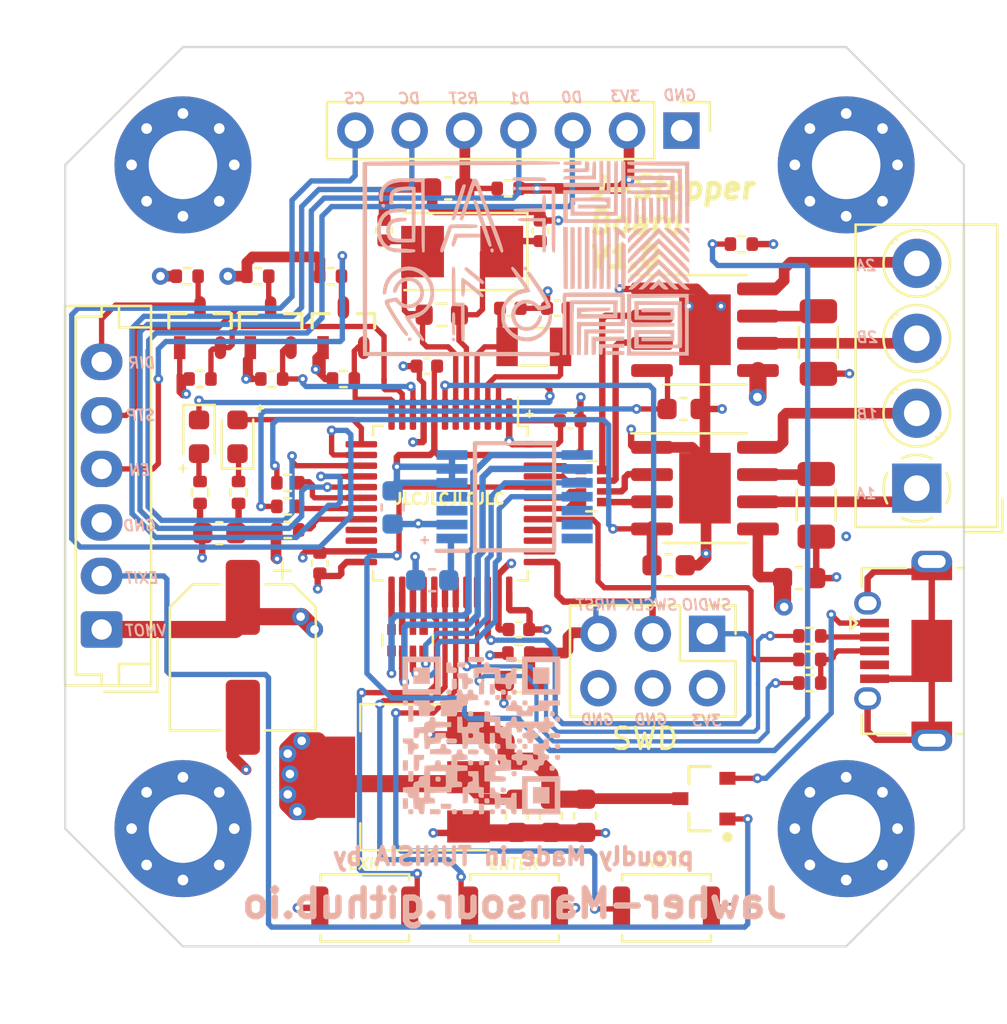
<source format=kicad_pcb>
(kicad_pcb (version 20171130) (host pcbnew "(5.1.7)-1")
  (title_block (title "Stepper Servo") (date 2020-12-02) (rev v1.0) (company "MANSOUR Jawher") (comment 1 "for Kais ALLILA"))
  (layers (0 F.Cu signal) (1 In1.Cu power) (2 In2.Cu power) (31 B.Cu signal) (34 B.Paste user) (35 F.Paste user) (36 B.SilkS user) (37 F.SilkS user) (38 B.Mask user) (39 F.Mask user) (44 Edge.Cuts user))
  (net 0 "")
  (net 1 GND)
  (net 2 "Net-(C1-Pad2)")
  (net 3 VMOT)
  (net 4 "Net-(C3-Pad2)")
  (net 5 OSC32IN)
  (net 6 OSC32OUT)
  (net 7 NRST)
  (net 8 XTALin)
  (net 9 XTALout)
  (net 10 +3V3)
  (net 11 +5V)
  (net 12 "Net-(C15-Pad2)")
  (net 13 "Net-(C17-Pad1)")
  (net 14 "Net-(D1-Pad2)")
  (net 15 bLED)
  (net 16 VBUS)
  (net 17 VCC)
  (net 18 "Net-(IC1-Pad3)")
  (net 19 "Net-(IC1-Pad4)")
  (net 20 "Net-(IC1-Pad8)")
  (net 21 "Net-(IC1-Pad9)")
  (net 22 "Net-(IC1-Pad10)")
  (net 23 "Net-(IC1-Pad11)")
  (net 24 "Net-(IC1-Pad12)")
  (net 25 "Net-(IC1-Pad13)")
  (net 26 "Net-(IC1-Pad14)")
  (net 27 "Net-(J1-Pad4)")
  (net 28 "Net-(J1-Pad3)")
  (net 29 "Net-(J1-Pad2)")
  (net 30 SWDIO)
  (net 31 SWCLK)
  (net 32 2B)
  (net 33 2A)
  (net 34 1A)
  (net 35 1B)
  (net 36 OLED_DO)
  (net 37 OLED_D1)
  (net 38 OLED_DC)
  (net 39 OLED_CS)
  (net 40 EN)
  (net 41 STP)
  (net 42 DIR)
  (net 43 STP1)
  (net 44 EN1)
  (net 45 DIR1)
  (net 46 VREF34)
  (net 47 "Net-(R2-Pad2)")
  (net 48 VREF12)
  (net 49 BOOT1)
  (net 50 BOOT0)
  (net 51 USB_D-)
  (net 52 USB_C)
  (net 53 USB_D+)
  (net 54 "Net-(R11-Pad2)")
  (net 55 rLED)
  (net 56 A2)
  (net 57 SCK)
  (net 58 MISO)
  (net 59 MOSI)
  (net 60 IN4)
  (net 61 IN2)
  (net 62 IN3)
  (net 63 IN1)
  (net 64 A9450_IN3)
  (net 65 A9450_IN4)
  (net 66 A9450_IN2)
  (net 67 A9450_IN1)
  (net 68 EXIT)
  (net 69 ENTER)
  (net 70 NEXT)
  (net 71 "Net-(U2-Pad21)")
  (net 72 "Net-(U2-Pad22)")
  (net 73 "Net-(U2-Pad38)")
  (net 74 "Net-(U2-Pad39)")
  (net 75 "Net-(U2-Pad40)")
  (net 76 "Net-(D2-Pad1)")
  (module Capacitor_SMD:CP_Elec_6.3x5.3 (layer F.Cu) (at 177 79.5 270)
    (fp_text reference C6)
    (fp_text value 100uF)
    (pad 2 smd roundrect (at 2.8 0 270) (size 3.5 1.6) (layers F.Cu F.Paste F.Mask) (roundrect_rratio 0.15625) (net 1 GND))
    (pad 1 smd roundrect (at -2.8 0 270) (size 3.5 1.6) (layers F.Cu F.Paste F.Mask) (roundrect_rratio 0.15625) (net 3 VMOT))
  )
  (module Resistor_SMD:R_0402_1005Metric (layer F.Cu) (at 179.1 73.55 180)
    (fp_text reference R4)
    (fp_text value 10K)
    (pad 2 smd roundrect (at 0.51 0 180) (size 0.54 0.64) (layers F.Cu F.Paste F.Mask) (net 1 GND))
    (pad 1 smd roundrect (at -0.51 0 180) (size 0.54 0.64) (layers F.Cu F.Paste F.Mask) (net 49 BOOT1))
  )
  (module Resistor_SMD:R_0402_1005Metric (layer F.Cu) (at 179.1 71.35)
    (fp_text reference R3)
    (fp_text value 1K)
    (pad 2 smd roundrect (at 0.51 0) (size 0.54 0.64) (layers F.Cu F.Paste F.Mask) (net 48 VREF12))
    (pad 1 smd roundrect (at -0.51 0) (size 0.54 0.64) (layers F.Cu F.Paste F.Mask) (net 4 "Net-(C3-Pad2)"))
  )
  (module Resistor_SMD:R_0402_1005Metric (layer F.Cu) (at 179.1 72.45)
    (fp_text reference R1)
    (fp_text value 1K)
    (pad 2 smd roundrect (at 0.51 0) (size 0.54 0.64) (layers F.Cu F.Paste F.Mask) (net 46 VREF34))
    (pad 1 smd roundrect (at -0.51 0) (size 0.54 0.64) (layers F.Cu F.Paste F.Mask) (net 2 "Net-(C1-Pad2)"))
  )
  (module "Kais Alilla:QRcodeLogo" (layer B.Cu) (at 188.15 83.15 180)
    (fp_text reference G*** hide)
    (fp_text value LOGO hide)
  )
  (module "Kais Alilla:logoFAB619" (layer B.Cu) (at 190.15 60.8 180)
    (fp_text reference G*** hide)
    (fp_text value LOGO hide)
  )
  (module LED_SMD:LED_0603_1608Metric (layer F.Cu) (at 176.75 69.2 90)
    (fp_text reference D2)
    (fp_text value LED_Small)
    (pad 2 smd roundrect (at 0.7875 0 90) (size 0.875 0.95) (layers F.Cu F.Paste F.Mask) (net 55 rLED))
    (pad 1 smd roundrect (at -0.7875 0 90) (size 0.875 0.95) (layers F.Cu F.Paste F.Mask) (net 76 "Net-(D2-Pad1)"))
  )
  (module LED_SMD:LED_0603_1608Metric (layer F.Cu) (at 174.95 69.2 270)
    (fp_text reference D1)
    (fp_text value LED)
    (pad 2 smd roundrect (at 0.7875 0 270) (size 0.875 0.95) (layers F.Cu F.Paste F.Mask) (net 14 "Net-(D1-Pad2)"))
    (pad 1 smd roundrect (at -0.7875 0 270) (size 0.875 0.95) (layers F.Cu F.Paste F.Mask) (net 15 bLED))
  )
  (module Button_Switch_SMD:SW_Push_SPST_NO_Alps_SKRK (layer F.Cu) (at 196.8 91.2)
    (fp_text reference SW3)
    (fp_text value SW_DIP_x01)
    (pad 1 smd roundrect (at -2.1 0) (size 0.8 2) (layers F.Cu F.Paste F.Mask) (net 70 NEXT))
    (pad 2 smd roundrect (at 2.1 0) (size 0.8 2) (layers F.Cu F.Paste F.Mask) (net 1 GND))
  )
  (module Button_Switch_SMD:SW_Push_SPST_NO_Alps_SKRK (layer F.Cu) (at 189.7 91.2)
    (fp_text reference SW2)
    (fp_text value SW_DIP_x01)
    (pad 1 smd roundrect (at -2.1 0) (size 0.8 2) (layers F.Cu F.Paste F.Mask) (net 69 ENTER))
    (pad 2 smd roundrect (at 2.1 0) (size 0.8 2) (layers F.Cu F.Paste F.Mask) (net 1 GND))
  )
  (module Button_Switch_SMD:SW_Push_SPST_NO_Alps_SKRK (layer F.Cu) (at 182.7 91.2 180)
    (fp_text reference SW1)
    (fp_text value SW_DIP_x01)
    (pad 1 smd roundrect (at -2.1 0 180) (size 0.8 2) (layers F.Cu F.Paste F.Mask) (net 68 EXIT))
    (pad 2 smd roundrect (at 2.1 0 180) (size 0.8 2) (layers F.Cu F.Paste F.Mask) (net 1 GND))
  )
  (module Resistor_SMD:R_0402_1005Metric (layer F.Cu) (at 174.4 61.7)
    (fp_text reference R20)
    (fp_text value 10K)
    (pad 2 smd roundrect (at 0.51 0) (size 0.54 0.64) (layers F.Cu F.Paste F.Mask) (net 42 DIR))
    (pad 1 smd roundrect (at -0.51 0) (size 0.54 0.64) (layers F.Cu F.Paste F.Mask) (net 17 VCC))
  )
  (module Resistor_SMD:R_0402_1005Metric (layer F.Cu) (at 175 66.5)
    (fp_text reference R19)
    (fp_text value 10K)
    (pad 2 smd roundrect (at 0.51 0) (size 0.54 0.64) (layers F.Cu F.Paste F.Mask) (net 45 DIR1))
    (pad 1 smd roundrect (at -0.51 0) (size 0.54 0.64) (layers F.Cu F.Paste F.Mask) (net 10 +3V3))
  )
  (module Resistor_SMD:R_0402_1005Metric (layer F.Cu) (at 181.1 61.7)
    (fp_text reference R18)
    (fp_text value 10K)
    (pad 2 smd roundrect (at 0.51 0) (size 0.54 0.64) (layers F.Cu F.Paste F.Mask) (net 40 EN))
    (pad 1 smd roundrect (at -0.51 0) (size 0.54 0.64) (layers F.Cu F.Paste F.Mask) (net 17 VCC))
  )
  (module Resistor_SMD:R_0402_1005Metric (layer F.Cu) (at 181.7 66.5)
    (fp_text reference R17)
    (fp_text value 10K)
    (pad 2 smd roundrect (at 0.51 0) (size 0.54 0.64) (layers F.Cu F.Paste F.Mask) (net 44 EN1))
    (pad 1 smd roundrect (at -0.51 0) (size 0.54 0.64) (layers F.Cu F.Paste F.Mask) (net 10 +3V3))
  )
  (module Resistor_SMD:R_0402_1005Metric (layer F.Cu) (at 177.7 61.7)
    (fp_text reference R16)
    (fp_text value 10K)
    (pad 2 smd roundrect (at 0.51 0) (size 0.54 0.64) (layers F.Cu F.Paste F.Mask) (net 41 STP))
    (pad 1 smd roundrect (at -0.51 0) (size 0.54 0.64) (layers F.Cu F.Paste F.Mask) (net 17 VCC))
  )
  (module Resistor_SMD:R_0402_1005Metric (layer F.Cu) (at 178.35 66.5)
    (fp_text reference R15)
    (fp_text value 10K)
    (pad 2 smd roundrect (at 0.51 0) (size 0.54 0.64) (layers F.Cu F.Paste F.Mask) (net 43 STP1))
    (pad 1 smd roundrect (at -0.51 0) (size 0.54 0.64) (layers F.Cu F.Paste F.Mask) (net 10 +3V3))
  )
  (module Resistor_SMD:R_0402_1005Metric (layer F.Cu) (at 189.4 57.6 180)
    (fp_text reference R14)
    (fp_text value 10K)
    (pad 2 smd roundrect (at 0.51 0 180) (size 0.54 0.64) (layers F.Cu F.Paste F.Mask) (net 12 "Net-(C15-Pad2)"))
    (pad 1 smd roundrect (at -0.51 0 180) (size 0.54 0.64) (layers F.Cu F.Paste F.Mask) (net 10 +3V3))
  )
  (module Resistor_SMD:R_0402_1005Metric (layer F.Cu) (at 176.8 71.8 90)
    (fp_text reference R12)
    (fp_text value 1K)
    (pad 2 smd roundrect (at 0.51 0 90) (size 0.54 0.64) (layers F.Cu F.Paste F.Mask) (net 76 "Net-(D2-Pad1)"))
    (pad 1 smd roundrect (at -0.51 0 90) (size 0.54 0.64) (layers F.Cu F.Paste F.Mask) (net 1 GND))
  )
  (module Resistor_SMD:R_0402_1005Metric (layer F.Cu) (at 175 71.8 270)
    (fp_text reference R10)
    (fp_text value 1K)
    (pad 2 smd roundrect (at 0.51 0 270) (size 0.54 0.64) (layers F.Cu F.Paste F.Mask) (net 10 +3V3))
    (pad 1 smd roundrect (at -0.51 0 270) (size 0.54 0.64) (layers F.Cu F.Paste F.Mask) (net 14 "Net-(D1-Pad2)"))
  )
  (module Resistor_SMD:R_0402_1005Metric (layer F.Cu) (at 189.9 79.3)
    (fp_text reference R8)
    (fp_text value 10K)
    (pad 2 smd roundrect (at 0.51 0) (size 0.54 0.64) (layers F.Cu F.Paste F.Mask) (net 7 NRST))
    (pad 1 smd roundrect (at -0.51 0) (size 0.54 0.64) (layers F.Cu F.Paste F.Mask) (net 10 +3V3))
  )
  (module Resistor_SMD:R_0402_1005Metric (layer F.Cu) (at 200.3 60.2)
    (fp_text reference R5)
    (fp_text value 10K)
    (pad 2 smd roundrect (at 0.51 0) (size 0.54 0.64) (layers F.Cu F.Paste F.Mask) (net 1 GND))
    (pad 1 smd roundrect (at -0.51 0) (size 0.54 0.64) (layers F.Cu F.Paste F.Mask) (net 50 BOOT0))
  )
  (module Capacitor_SMD:C_0402_1005Metric (layer F.Cu) (at 183.6 59.55 90)
    (fp_text reference C9)
    (fp_text value 22pF)
    (pad 2 smd roundrect (at 0.48 0 90) (size 0.56 0.62) (layers F.Cu F.Paste F.Mask) (net 1 GND))
    (pad 1 smd roundrect (at -0.48 0 90) (size 0.56 0.62) (layers F.Cu F.Paste F.Mask) (net 9 XTALout))
  )
  (module Capacitor_SMD:C_0402_1005Metric (layer F.Cu) (at 190.9 59.58 90)
    (fp_text reference C8)
    (fp_text value 22pF)
    (pad 2 smd roundrect (at 0.48 0 90) (size 0.56 0.62) (layers F.Cu F.Paste F.Mask) (net 1 GND))
    (pad 1 smd roundrect (at -0.48 0 90) (size 0.56 0.62) (layers F.Cu F.Paste F.Mask) (net 8 XTALin))
  )
  (module Resistor_SMD:R_0402_1005Metric (layer F.Cu) (at 203.5 80.7 180)
    (fp_text reference R9)
    (fp_text value 22)
    (pad 2 smd roundrect (at 0.51 0 180) (size 0.54 0.64) (layers F.Cu F.Paste F.Mask) (net 53 USB_D+))
    (pad 1 smd roundrect (at -0.51 0 180) (size 0.54 0.64) (layers F.Cu F.Paste F.Mask) (net 28 "Net-(J1-Pad3)"))
  )
  (module Resistor_SMD:R_0402_1005Metric (layer F.Cu) (at 203.5 79.6)
    (fp_text reference R7)
    (fp_text value 1K5)
    (pad 2 smd roundrect (at 0.51 0) (size 0.54 0.64) (layers F.Cu F.Paste F.Mask) (net 28 "Net-(J1-Pad3)"))
    (pad 1 smd roundrect (at -0.51 0) (size 0.54 0.64) (layers F.Cu F.Paste F.Mask) (net 52 USB_C))
  )
  (module Resistor_SMD:R_0402_1005Metric (layer F.Cu) (at 203.5 78.5 180)
    (fp_text reference R6)
    (fp_text value 22)
    (pad 2 smd roundrect (at 0.51 0 180) (size 0.54 0.64) (layers F.Cu F.Paste F.Mask) (net 51 USB_D-))
    (pad 1 smd roundrect (at -0.51 0 180) (size 0.54 0.64) (layers F.Cu F.Paste F.Mask) (net 29 "Net-(J1-Pad2)"))
  )
  (module Capacitor_SMD:C_0402_1005Metric (layer F.Cu) (at 189.9 78.2)
    (fp_text reference C13)
    (fp_text value 100nF)
    (pad 2 smd roundrect (at 0.48 0) (size 0.56 0.62) (layers F.Cu F.Paste F.Mask) (net 10 +3V3))
    (pad 1 smd roundrect (at -0.48 0) (size 0.56 0.62) (layers F.Cu F.Paste F.Mask) (net 1 GND))
  )
  (module Capacitor_SMD:C_0402_1005Metric (layer F.Cu) (at 185.6 65.9 180)
    (fp_text reference C12)
    (fp_text value 100nF)
    (pad 2 smd roundrect (at 0.48 0 180) (size 0.56 0.62) (layers F.Cu F.Paste F.Mask) (net 10 +3V3))
    (pad 1 smd roundrect (at -0.48 0 180) (size 0.56 0.62) (layers F.Cu F.Paste F.Mask) (net 1 GND))
  )
  (module Capacitor_SMD:C_0402_1005Metric (layer F.Cu) (at 192.3 68.45 180)
    (fp_text reference C11)
    (fp_text value 100nF)
    (pad 2 smd roundrect (at 0.48 0 180) (size 0.56 0.62) (layers F.Cu F.Paste F.Mask) (net 10 +3V3))
    (pad 1 smd roundrect (at -0.48 0 180) (size 0.56 0.62) (layers F.Cu F.Paste F.Mask) (net 1 GND))
  )
  (module Capacitor_SMD:C_0402_1005Metric (layer F.Cu) (at 180.6 75.1 270)
    (fp_text reference C10)
    (fp_text value 100nF)
    (pad 2 smd roundrect (at 0.48 0 270) (size 0.56 0.62) (layers F.Cu F.Paste F.Mask) (net 10 +3V3))
    (pad 1 smd roundrect (at -0.48 0 270) (size 0.56 0.62) (layers F.Cu F.Paste F.Mask) (net 1 GND))
  )
  (module Connector_USB:USB_Micro-AB_Molex_47590-0001 (layer F.Cu) (at 209.2 79.2 90)
    (fp_text reference J1)
    (fp_text value USB_B_Micro)
    (pad 6 thru_hole oval (at -2.225 -3 90) (size 1.05 1.25) (drill oval 0.65 0.85) (layers *.Cu *.Mask) (net 1 GND))
    (pad 5 smd rect (at -1.3 -2.675 90) (size 0.4 1.35) (layers F.Cu F.Paste F.Mask) (net 1 GND))
    (pad 4 smd rect (at -0.65 -2.675 90) (size 0.4 1.35) (layers F.Cu F.Paste F.Mask) (net 27 "Net-(J1-Pad4)"))
    (pad 3 smd rect (at 0 -2.675 90) (size 0.4 1.35) (layers F.Cu F.Paste F.Mask) (net 28 "Net-(J1-Pad3)"))
    (pad 1 smd rect (at 1.3 -2.675 90) (size 0.4 1.35) (layers F.Cu F.Paste F.Mask) (net 16 VBUS))
    (pad 6 thru_hole oval (at 2.225 -3 90) (size 1.05 1.25) (drill oval 0.65 0.85) (layers *.Cu *.Mask) (net 1 GND))
    (pad 6 thru_hole oval (at -4.175 0 90) (size 1 1.9) (drill oval 0.6 1.3) (layers *.Cu *.Mask) (net 1 GND))
    (pad 6 thru_hole oval (at 4.175 0 90) (size 1 1.9) (drill oval 0.6 1.3) (layers *.Cu *.Mask) (net 1 GND))
    (pad 2 smd rect (at 0.65 -2.675 90) (size 0.4 1.35) (layers F.Cu F.Paste F.Mask) (net 29 "Net-(J1-Pad2)"))
    (pad 6 smd rect (at 0 0 90) (size 2.9 1.9) (layers F.Cu F.Paste F.Mask) (net 1 GND))
    (pad 6 smd rect (at 3.7375 0 90) (size 0.875 1.9) (layers F.Cu F.Mask) (net 1 GND))
    (pad 6 smd rect (at -3.7375 0 90) (size 0.875 1.9) (layers F.Cu F.Mask) (net 1 GND))
  )
  (module MountingHole:MountingHole_3.2mm_M3_Pad_Via (layer F.Cu) (at 174.2 87.5)
    (fp_text reference H4)
    (fp_text value MountingHole_Pad)
    (pad 1 thru_hole circle (at 1.697056 -1.697056) (size 0.8 0.8) (drill 0.5) (layers *.Cu *.Mask) (net 1 GND))
    (pad 1 thru_hole circle (at 0 -2.4) (size 0.8 0.8) (drill 0.5) (layers *.Cu *.Mask) (net 1 GND))
    (pad 1 thru_hole circle (at -1.697056 -1.697056) (size 0.8 0.8) (drill 0.5) (layers *.Cu *.Mask) (net 1 GND))
    (pad 1 thru_hole circle (at -2.4 0) (size 0.8 0.8) (drill 0.5) (layers *.Cu *.Mask) (net 1 GND))
    (pad 1 thru_hole circle (at -1.697056 1.697056) (size 0.8 0.8) (drill 0.5) (layers *.Cu *.Mask) (net 1 GND))
    (pad 1 thru_hole circle (at 0 2.4) (size 0.8 0.8) (drill 0.5) (layers *.Cu *.Mask) (net 1 GND))
    (pad 1 thru_hole circle (at 1.697056 1.697056) (size 0.8 0.8) (drill 0.5) (layers *.Cu *.Mask) (net 1 GND))
    (pad 1 thru_hole circle (at 2.4 0) (size 0.8 0.8) (drill 0.5) (layers *.Cu *.Mask) (net 1 GND))
    (pad 1 thru_hole circle (at 0 0) (size 6.4 6.4) (drill 3.2) (layers *.Cu *.Mask) (net 1 GND))
  )
  (module MountingHole:MountingHole_3.2mm_M3_Pad_Via (layer F.Cu) (at 205.2 56.5)
    (fp_text reference H3)
    (fp_text value MountingHole_Pad)
    (pad 1 thru_hole circle (at 1.697056 -1.697056) (size 0.8 0.8) (drill 0.5) (layers *.Cu *.Mask) (net 1 GND))
    (pad 1 thru_hole circle (at 0 -2.4) (size 0.8 0.8) (drill 0.5) (layers *.Cu *.Mask) (net 1 GND))
    (pad 1 thru_hole circle (at -1.697056 -1.697056) (size 0.8 0.8) (drill 0.5) (layers *.Cu *.Mask) (net 1 GND))
    (pad 1 thru_hole circle (at -2.4 0) (size 0.8 0.8) (drill 0.5) (layers *.Cu *.Mask) (net 1 GND))
    (pad 1 thru_hole circle (at -1.697056 1.697056) (size 0.8 0.8) (drill 0.5) (layers *.Cu *.Mask) (net 1 GND))
    (pad 1 thru_hole circle (at 0 2.4) (size 0.8 0.8) (drill 0.5) (layers *.Cu *.Mask) (net 1 GND))
    (pad 1 thru_hole circle (at 1.697056 1.697056) (size 0.8 0.8) (drill 0.5) (layers *.Cu *.Mask) (net 1 GND))
    (pad 1 thru_hole circle (at 2.4 0) (size 0.8 0.8) (drill 0.5) (layers *.Cu *.Mask) (net 1 GND))
    (pad 1 thru_hole circle (at 0 0) (size 6.4 6.4) (drill 3.2) (layers *.Cu *.Mask) (net 1 GND))
  )
  (module MountingHole:MountingHole_3.2mm_M3_Pad_Via (layer F.Cu) (at 205.2 87.5)
    (fp_text reference H2)
    (fp_text value MountingHole_Pad)
    (pad 1 thru_hole circle (at 1.697056 -1.697056) (size 0.8 0.8) (drill 0.5) (layers *.Cu *.Mask) (net 1 GND))
    (pad 1 thru_hole circle (at 0 -2.4) (size 0.8 0.8) (drill 0.5) (layers *.Cu *.Mask) (net 1 GND))
    (pad 1 thru_hole circle (at -1.697056 -1.697056) (size 0.8 0.8) (drill 0.5) (layers *.Cu *.Mask) (net 1 GND))
    (pad 1 thru_hole circle (at -2.4 0) (size 0.8 0.8) (drill 0.5) (layers *.Cu *.Mask) (net 1 GND))
    (pad 1 thru_hole circle (at -1.697056 1.697056) (size 0.8 0.8) (drill 0.5) (layers *.Cu *.Mask) (net 1 GND))
    (pad 1 thru_hole circle (at 0 2.4) (size 0.8 0.8) (drill 0.5) (layers *.Cu *.Mask) (net 1 GND))
    (pad 1 thru_hole circle (at 1.697056 1.697056) (size 0.8 0.8) (drill 0.5) (layers *.Cu *.Mask) (net 1 GND))
    (pad 1 thru_hole circle (at 2.4 0) (size 0.8 0.8) (drill 0.5) (layers *.Cu *.Mask) (net 1 GND))
    (pad 1 thru_hole circle (at 0 0) (size 6.4 6.4) (drill 3.2) (layers *.Cu *.Mask) (net 1 GND))
  )
  (module MountingHole:MountingHole_3.2mm_M3_Pad_Via (layer F.Cu) (at 174.2 56.5)
    (fp_text reference H1)
    (fp_text value MountingHole_Pad)
    (pad 1 thru_hole circle (at 1.697056 -1.697056) (size 0.8 0.8) (drill 0.5) (layers *.Cu *.Mask) (net 1 GND))
    (pad 1 thru_hole circle (at 0 -2.4) (size 0.8 0.8) (drill 0.5) (layers *.Cu *.Mask) (net 1 GND))
    (pad 1 thru_hole circle (at -1.697056 -1.697056) (size 0.8 0.8) (drill 0.5) (layers *.Cu *.Mask) (net 1 GND))
    (pad 1 thru_hole circle (at -2.4 0) (size 0.8 0.8) (drill 0.5) (layers *.Cu *.Mask) (net 1 GND))
    (pad 1 thru_hole circle (at -1.697056 1.697056) (size 0.8 0.8) (drill 0.5) (layers *.Cu *.Mask) (net 1 GND))
    (pad 1 thru_hole circle (at 0 2.4) (size 0.8 0.8) (drill 0.5) (layers *.Cu *.Mask) (net 1 GND))
    (pad 1 thru_hole circle (at 1.697056 1.697056) (size 0.8 0.8) (drill 0.5) (layers *.Cu *.Mask) (net 1 GND))
    (pad 1 thru_hole circle (at 2.4 0) (size 0.8 0.8) (drill 0.5) (layers *.Cu *.Mask) (net 1 GND))
    (pad 1 thru_hole circle (at 0 0) (size 6.4 6.4) (drill 3.2) (layers *.Cu *.Mask) (net 1 GND))
  )
  (module Capacitor_SMD:C_0603_1608Metric (layer F.Cu) (at 203 75.8)
    (fp_text reference C2)
    (fp_text value 100nF)
    (pad 2 smd roundrect (at 0.775 0) (size 0.9 0.95) (layers F.Cu F.Paste F.Mask) (net 1 GND))
    (pad 1 smd roundrect (at -0.775 0) (size 0.9 0.95) (layers F.Cu F.Paste F.Mask) (net 3 VMOT))
  )
  (module Capacitor_SMD:C_0603_1608Metric (layer F.Cu) (at 197.6 67.9 180)
    (fp_text reference C1)
    (fp_text value 100nF)
    (pad 1 smd roundrect (at -0.775 0 180) (size 0.9 0.95) (layers F.Cu F.Paste F.Mask) (net 1 GND))
    (pad 2 smd roundrect (at 0.775 0 180) (size 0.9 0.95) (layers F.Cu F.Paste F.Mask) (net 2 "Net-(C1-Pad2)"))
  )
  (module Capacitor_SMD:C_0603_1608Metric (layer F.Cu) (at 196.9 75.2 180)
    (fp_text reference C3)
    (fp_text value 100nF)
    (pad 2 smd roundrect (at 0.775 0 180) (size 0.9 0.95) (layers F.Cu F.Paste F.Mask) (net 4 "Net-(C3-Pad2)"))
    (pad 1 smd roundrect (at -0.775 0 180) (size 0.9 0.95) (layers F.Cu F.Paste F.Mask) (net 1 GND))
  )
  (module Capacitor_SMD:C_0402_1005Metric (layer F.Cu) (at 191.7 63.2 180)
    (fp_text reference C4)
    (fp_text value 10pF)
    (pad 1 smd roundrect (at -0.48 0 180) (size 0.56 0.62) (layers F.Cu F.Paste F.Mask) (net 5 OSC32IN))
    (pad 2 smd roundrect (at 0.48 0 180) (size 0.56 0.62) (layers F.Cu F.Paste F.Mask) (net 1 GND))
  )
  (module Capacitor_SMD:C_0402_1005Metric (layer F.Cu) (at 189.5 63.2)
    (fp_text reference C5)
    (fp_text value 10pF)
    (pad 2 smd roundrect (at 0.48 0) (size 0.56 0.62) (layers F.Cu F.Paste F.Mask) (net 1 GND))
    (pad 1 smd roundrect (at -0.48 0) (size 0.56 0.62) (layers F.Cu F.Paste F.Mask) (net 6 OSC32OUT))
  )
  (module Capacitor_SMD:C_0603_1608Metric (layer F.Cu) (at 190 80.6)
    (fp_text reference C7)
    (fp_text value 100nF)
    (pad 1 smd roundrect (at -0.775 0) (size 0.9 0.95) (layers F.Cu F.Paste F.Mask) (net 1 GND))
    (pad 2 smd roundrect (at 0.775 0) (size 0.9 0.95) (layers F.Cu F.Paste F.Mask) (net 7 NRST))
  )
  (module Capacitor_SMD:C_0603_1608Metric (layer B.Cu) (at 184 72.5 270)
    (fp_text reference C14)
    (fp_text value 100nF)
    (pad 2 smd roundrect (at 0.775 0 270) (size 0.9 0.95) (layers B.Cu B.Paste B.Mask) (net 11 +5V))
    (pad 1 smd roundrect (at -0.775 0 270) (size 0.9 0.95) (layers B.Cu B.Paste B.Mask) (net 1 GND))
  )
  (module Capacitor_SMD:C_0603_1608Metric (layer F.Cu) (at 186.6 57.6)
    (fp_text reference C15)
    (fp_text value 100nF)
    (pad 1 smd roundrect (at -0.775 0) (size 0.9 0.95) (layers F.Cu F.Paste F.Mask) (net 1 GND))
    (pad 2 smd roundrect (at 0.775 0) (size 0.9 0.95) (layers F.Cu F.Paste F.Mask) (net 12 "Net-(C15-Pad2)"))
  )
  (module Capacitor_SMD:C_0603_1608Metric (layer F.Cu) (at 193 86.9 90)
    (fp_text reference C16)
    (fp_text value 100nF)
    (pad 1 smd roundrect (at -0.775 0 90) (size 0.9 0.95) (layers F.Cu F.Paste F.Mask) (net 1 GND))
    (pad 2 smd roundrect (at 0.775 0 90) (size 0.9 0.95) (layers F.Cu F.Paste F.Mask) (net 11 +5V))
  )
  (module Capacitor_SMD:C_0603_1608Metric (layer B.Cu) (at 185.85 75.9 180)
    (fp_text reference C17)
    (fp_text value 100nF)
    (pad 1 smd roundrect (at -0.775 0 180) (size 0.9 0.95) (layers B.Cu B.Paste B.Mask) (net 13 "Net-(C17-Pad1)"))
    (pad 2 smd roundrect (at 0.775 0 180) (size 0.9 0.95) (layers B.Cu B.Paste B.Mask) (net 1 GND))
  )
  (module Capacitor_SMD:C_0603_1608Metric (layer F.Cu) (at 191.4 86.9 90)
    (fp_text reference C18)
    (fp_text value 100nF)
    (pad 2 smd roundrect (at 0.775 0 90) (size 0.9 0.95) (layers F.Cu F.Paste F.Mask) (net 11 +5V))
    (pad 1 smd roundrect (at -0.775 0 90) (size 0.9 0.95) (layers F.Cu F.Paste F.Mask) (net 1 GND))
  )
  (module Capacitor_SMD:C_0603_1608Metric (layer F.Cu) (at 175.9 73.7 180)
    (fp_text reference C19)
    (fp_text value 100nF)
    (pad 2 smd roundrect (at 0.775 0 180) (size 0.9 0.95) (layers F.Cu F.Paste F.Mask) (net 10 +3V3))
    (pad 1 smd roundrect (at -0.775 0 180) (size 0.9 0.95) (layers F.Cu F.Paste F.Mask) (net 1 GND))
  )
  (module Capacitor_SMD:C_0603_1608Metric (layer F.Cu) (at 189.8 86.9 90)
    (fp_text reference C20)
    (fp_text value 100nF)
    (pad 1 smd roundrect (at -0.775 0 90) (size 0.9 0.95) (layers F.Cu F.Paste F.Mask) (net 1 GND))
    (pad 2 smd roundrect (at 0.775 0 90) (size 0.9 0.95) (layers F.Cu F.Paste F.Mask) (net 10 +3V3))
  )
  (module eec:Infineon-BAT64-05-Level_C (layer F.Cu) (at 198.55 86.1 180)
    (fp_text reference D3)
    (fp_text value BAT64-05)
    (pad 1 smd rect (at -1.1 -0.950001 90) (size 0.599999 0.750001) (layers F.Cu F.Paste F.Mask) (net 17 VCC))
    (pad 2 smd rect (at -1.1 0.949998 90) (size 0.599999 0.750001) (layers F.Cu F.Paste F.Mask) (net 16 VBUS))
    (pad 3 smd rect (at 1.1 -0.000001 90) (size 0.599999 0.750001) (layers F.Cu F.Paste F.Mask) (net 11 +5V))
  )
  (module A1333LLETR-5-T:SOP65P640X125-14N (layer B.Cu) (at 189.7 72)
    (fp_text reference IC1)
    (fp_text value A1333LLETR-5-T hide)
    (pad 1 smd rect (at -2.925 1.95 270) (size 0.45 1.45) (layers B.Cu B.Paste B.Mask) (net 13 "Net-(C17-Pad1)"))
    (pad 2 smd rect (at -2.925 1.3 270) (size 0.45 1.45) (layers B.Cu B.Paste B.Mask) (net 11 +5V))
    (pad 3 smd rect (at -2.925 0.65 270) (size 0.45 1.45) (layers B.Cu B.Paste B.Mask) (net 18 "Net-(IC1-Pad3)"))
    (pad 4 smd rect (at -2.925 0 270) (size 0.45 1.45) (layers B.Cu B.Paste B.Mask) (net 19 "Net-(IC1-Pad4)"))
    (pad 5 smd rect (at -2.925 -0.65 270) (size 0.45 1.45) (layers B.Cu B.Paste B.Mask) (net 1 GND))
    (pad 6 smd rect (at -2.925 -1.3 270) (size 0.45 1.45) (layers B.Cu B.Paste B.Mask) (net 1 GND))
    (pad 7 smd rect (at -2.925 -1.95 270) (size 0.45 1.45) (layers B.Cu B.Paste B.Mask) (net 1 GND))
    (pad 8 smd rect (at 2.925 -1.95 270) (size 0.45 1.45) (layers B.Cu B.Paste B.Mask) (net 20 "Net-(IC1-Pad8)"))
    (pad 9 smd rect (at 2.925 -1.3 270) (size 0.45 1.45) (layers B.Cu B.Paste B.Mask) (net 21 "Net-(IC1-Pad9)"))
    (pad 10 smd rect (at 2.925 -0.65 270) (size 0.45 1.45) (layers B.Cu B.Paste B.Mask) (net 22 "Net-(IC1-Pad10)"))
    (pad 11 smd rect (at 2.925 0 270) (size 0.45 1.45) (layers B.Cu B.Paste B.Mask) (net 23 "Net-(IC1-Pad11)"))
    (pad 12 smd rect (at 2.925 0.65 270) (size 0.45 1.45) (layers B.Cu B.Paste B.Mask) (net 24 "Net-(IC1-Pad12)"))
    (pad 13 smd rect (at 2.925 1.3 270) (size 0.45 1.45) (layers B.Cu B.Paste B.Mask) (net 25 "Net-(IC1-Pad13)"))
    (pad 14 smd rect (at 2.925 1.95 270) (size 0.45 1.45) (layers B.Cu B.Paste B.Mask) (net 26 "Net-(IC1-Pad14)"))
  )
  (module Connector_PinHeader_2.54mm:PinHeader_2x03_P2.54mm_Vertical (layer F.Cu) (at 198.7 78.4 270)
    (fp_text reference J2)
    (fp_text value SWD)
    (pad 1 thru_hole rect (at 0 0 270) (size 1.7 1.7) (drill 1) (layers *.Cu *.Mask) (net 30 SWDIO))
    (pad 2 thru_hole oval (at 2.54 0 270) (size 1.7 1.7) (drill 1) (layers *.Cu *.Mask) (net 10 +3V3))
    (pad 3 thru_hole oval (at 0 2.54 270) (size 1.7 1.7) (drill 1) (layers *.Cu *.Mask) (net 31 SWCLK))
    (pad 4 thru_hole oval (at 2.54 2.54 270) (size 1.7 1.7) (drill 1) (layers *.Cu *.Mask) (net 1 GND))
    (pad 5 thru_hole oval (at 0 5.08 270) (size 1.7 1.7) (drill 1) (layers *.Cu *.Mask) (net 7 NRST))
    (pad 6 thru_hole oval (at 2.54 5.08 270) (size 1.7 1.7) (drill 1) (layers *.Cu *.Mask) (net 1 GND))
  )
  (module TerminalBlock_MetzConnect:TerminalBlock_MetzConnect_Type059_RT06304HBWC_1x04_P3.50mm_Horizontal (layer F.Cu) (at 208.5 71.6 90)
    (fp_text reference J3)
    (fp_text value Motor)
    (pad 1 thru_hole rect (at 0 0 90) (size 2.3 2.3) (drill 1.2) (layers *.Cu *.Mask) (net 34 1A))
    (pad 2 thru_hole circle (at 3.5 0 90) (size 2.3 2.3) (drill 1.2) (layers *.Cu *.Mask) (net 35 1B))
    (pad 3 thru_hole circle (at 7 0 90) (size 2.3 2.3) (drill 1.2) (layers *.Cu *.Mask) (net 32 2B))
    (pad 4 thru_hole circle (at 10.5 0 90) (size 2.3 2.3) (drill 1.2) (layers *.Cu *.Mask) (net 33 2A))
  )
  (module Connector_PinHeader_2.54mm:PinHeader_1x07_P2.54mm_Vertical (layer F.Cu) (at 197.5 54.9 270)
    (fp_text reference J4)
    (fp_text value Screen)
    (pad 1 thru_hole rect (at 0 0 270) (size 1.7 1.7) (drill 1) (layers *.Cu *.Mask) (net 1 GND))
    (pad 2 thru_hole oval (at 0 2.54 270) (size 1.7 1.7) (drill 1) (layers *.Cu *.Mask) (net 10 +3V3))
    (pad 3 thru_hole oval (at 0 5.08 270) (size 1.7 1.7) (drill 1) (layers *.Cu *.Mask) (net 36 OLED_DO))
    (pad 4 thru_hole oval (at 0 7.62 270) (size 1.7 1.7) (drill 1) (layers *.Cu *.Mask) (net 37 OLED_D1))
    (pad 5 thru_hole oval (at 0 10.16 270) (size 1.7 1.7) (drill 1) (layers *.Cu *.Mask) (net 12 "Net-(C15-Pad2)"))
    (pad 6 thru_hole oval (at 0 12.7 270) (size 1.7 1.7) (drill 1) (layers *.Cu *.Mask) (net 38 OLED_DC))
    (pad 7 thru_hole oval (at 0 15.24 270) (size 1.7 1.7) (drill 1) (layers *.Cu *.Mask) (net 39 OLED_CS))
  )
  (module Connector_JST:JST_EH_B6B-EH-A_1x06_P2.50mm_Vertical (layer F.Cu) (at 170.4 78.2 90)
    (fp_text reference J5)
    (fp_text value Inputs)
    (pad 1 thru_hole roundrect (at 0 0 90) (size 1.7 1.95) (drill 0.95) (layers *.Cu *.Mask) (roundrect_rratio 0.1470588235294118) (net 3 VMOT))
    (pad 2 thru_hole oval (at 2.5 0 90) (size 1.7 1.95) (drill 0.95) (layers *.Cu *.Mask) (net 17 VCC))
    (pad 3 thru_hole oval (at 5 0 90) (size 1.7 1.95) (drill 0.95) (layers *.Cu *.Mask) (net 1 GND))
    (pad 4 thru_hole oval (at 7.5 0 90) (size 1.7 1.95) (drill 0.95) (layers *.Cu *.Mask) (net 40 EN))
    (pad 5 thru_hole oval (at 10 0 90) (size 1.7 1.95) (drill 0.95) (layers *.Cu *.Mask) (net 41 STP))
    (pad 6 thru_hole oval (at 12.5 0 90) (size 1.7 1.95) (drill 0.95) (layers *.Cu *.Mask) (net 42 DIR))
  )
  (module FDN337N:ON_Semi-527AG-01-12_2008-O-IPC_C (layer F.Cu) (at 178.3 64.1 90)
    (fp_text reference Q1)
    (fp_text value FDN337N)
    (pad 2 smd roundrect (at 0.935 0 90) (size 1.074609 0.537986) (layers F.Cu F.Paste F.Mask) (roundrect_rratio 0.5) (net 41 STP))
    (pad 3 smd roundrect (at -0.934999 0.95 90) (size 1.074609 0.537986) (layers F.Cu F.Paste F.Mask) (roundrect_rratio 0.5) (net 43 STP1))
    (pad 1 smd rect (at -0.935 -0.95 90) (size 1.074609 0.537986) (layers F.Cu F.Paste F.Mask) (net 10 +3V3))
  )
  (module FDN337N:ON_Semi-527AG-01-12_2008-O-IPC_C (layer F.Cu) (at 181.7 64.1 90)
    (fp_text reference Q2)
    (fp_text value FDN337N)
    (pad 1 smd rect (at -0.935 -0.95 90) (size 1.074609 0.537986) (layers F.Cu F.Paste F.Mask) (net 10 +3V3))
    (pad 3 smd roundrect (at -0.934999 0.95 90) (size 1.074609 0.537986) (layers F.Cu F.Paste F.Mask) (roundrect_rratio 0.5) (net 44 EN1))
    (pad 2 smd roundrect (at 0.935 0 90) (size 1.074609 0.537986) (layers F.Cu F.Paste F.Mask) (roundrect_rratio 0.5) (net 40 EN))
  )
  (module FDN337N:ON_Semi-527AG-01-12_2008-O-IPC_C (layer F.Cu) (at 175 64.1 90)
    (fp_text reference Q3)
    (fp_text value FDN337N)
    (pad 1 smd rect (at -0.935 -0.95 90) (size 1.074609 0.537986) (layers F.Cu F.Paste F.Mask) (net 10 +3V3))
    (pad 3 smd roundrect (at -0.934999 0.95 90) (size 1.074609 0.537986) (layers F.Cu F.Paste F.Mask) (roundrect_rratio 0.5) (net 45 DIR1))
    (pad 2 smd roundrect (at 0.935 0 90) (size 1.074609 0.537986) (layers F.Cu F.Paste F.Mask) (roundrect_rratio 0.5) (net 42 DIR))
  )
  (module Resistor_SMD:R_1206_3216Metric (layer F.Cu) (at 203.9 64.8 90)
    (fp_text reference R2)
    (fp_text value 0.1)
    (pad 2 smd roundrect (at 1.4625 0 90) (size 1.125 1.75) (layers F.Cu F.Paste F.Mask) (roundrect_rratio 0.2222204444444444) (net 47 "Net-(R2-Pad2)"))
    (pad 1 smd roundrect (at -1.4625 0 90) (size 1.125 1.75) (layers F.Cu F.Paste F.Mask) (roundrect_rratio 0.2222204444444444) (net 1 GND))
  )
  (module Resistor_SMD:R_1206_3216Metric (layer F.Cu) (at 203.8 72.4 90)
    (fp_text reference R11)
    (fp_text value 0.1)
    (pad 1 smd roundrect (at -1.4625 0 90) (size 1.125 1.75) (layers F.Cu F.Paste F.Mask) (roundrect_rratio 0.2222204444444444) (net 1 GND))
    (pad 2 smd roundrect (at 1.4625 0 90) (size 1.125 1.75) (layers F.Cu F.Paste F.Mask) (roundrect_rratio 0.2222204444444444) (net 54 "Net-(R11-Pad2)"))
  )
  (module Resistor_SMD:R_0603_1608Metric (layer F.Cu) (at 186.3 63.5 180)
    (fp_text reference R13)
    (fp_text value 1M)
    (pad 1 smd roundrect (at -0.825 0 180) (size 0.8 0.95) (layers F.Cu F.Paste F.Mask) (net 8 XTALin))
    (pad 2 smd roundrect (at 0.825 0 180) (size 0.8 0.95) (layers F.Cu F.Paste F.Mask) (net 9 XTALout))
  )
  (module Resistor_SMD:R_Array_Convex_4x0402 (layer F.Cu) (at 184.7 78.7 90)
    (fp_text reference RN1)
    (fp_text value 10)
    (pad 5 smd rect (at 0.5 0.75 90) (size 0.5 0.4) (layers F.Cu F.Paste F.Mask) (net 59 MOSI))
    (pad 6 smd rect (at 0.5 0.25 90) (size 0.5 0.3) (layers F.Cu F.Paste F.Mask) (net 58 MISO))
    (pad 8 smd rect (at 0.5 -0.75 90) (size 0.5 0.4) (layers F.Cu F.Paste F.Mask) (net 56 A2))
    (pad 7 smd rect (at 0.5 -0.25 90) (size 0.5 0.3) (layers F.Cu F.Paste F.Mask) (net 57 SCK))
    (pad 4 smd rect (at -0.5 0.75 90) (size 0.5 0.4) (layers F.Cu F.Paste F.Mask) (net 22 "Net-(IC1-Pad10)"))
    (pad 2 smd rect (at -0.5 -0.25 90) (size 0.5 0.3) (layers F.Cu F.Paste F.Mask) (net 21 "Net-(IC1-Pad9)"))
    (pad 3 smd rect (at -0.5 0.25 90) (size 0.5 0.3) (layers F.Cu F.Paste F.Mask) (net 23 "Net-(IC1-Pad11)"))
    (pad 1 smd rect (at -0.5 -0.75 90) (size 0.5 0.4) (layers F.Cu F.Paste F.Mask) (net 20 "Net-(IC1-Pad8)"))
  )
  (module Resistor_SMD:R_Array_Convex_4x0402 (layer F.Cu) (at 193.3 71.5 180)
    (fp_text reference RN2)
    (fp_text value 100)
    (pad 1 smd rect (at -0.5 -0.75 180) (size 0.5 0.4) (layers F.Cu F.Paste F.Mask) (net 63 IN1))
    (pad 3 smd rect (at -0.5 0.25 180) (size 0.5 0.3) (layers F.Cu F.Paste F.Mask) (net 62 IN3))
    (pad 2 smd rect (at -0.5 -0.25 180) (size 0.5 0.3) (layers F.Cu F.Paste F.Mask) (net 61 IN2))
    (pad 4 smd rect (at -0.5 0.75 180) (size 0.5 0.4) (layers F.Cu F.Paste F.Mask) (net 60 IN4))
    (pad 7 smd rect (at 0.5 -0.25 180) (size 0.5 0.3) (layers F.Cu F.Paste F.Mask) (net 66 A9450_IN2))
    (pad 8 smd rect (at 0.5 -0.75 180) (size 0.5 0.4) (layers F.Cu F.Paste F.Mask) (net 67 A9450_IN1))
    (pad 6 smd rect (at 0.5 0.25 180) (size 0.5 0.3) (layers F.Cu F.Paste F.Mask) (net 64 A9450_IN3))
    (pad 5 smd rect (at 0.5 0.75 180) (size 0.5 0.4) (layers F.Cu F.Paste F.Mask) (net 65 A9450_IN4))
  )
  (module Package_SO:SOIC-8-1EP_3.9x4.9mm_P1.27mm_EP2.41x3.3mm (layer F.Cu) (at 198.6 64.2)
    (fp_text reference U1)
    (fp_text value A4950E)
    (pad 1 smd roundrect (at -2.475 -1.905) (size 1.95 0.6) (layers F.Cu F.Paste F.Mask) (net 1 GND))
    (pad 2 smd roundrect (at -2.475 -0.635) (size 1.95 0.6) (layers F.Cu F.Paste F.Mask) (net 60 IN4))
    (pad 3 smd roundrect (at -2.475 0.635) (size 1.95 0.6) (layers F.Cu F.Paste F.Mask) (net 62 IN3))
    (pad 4 smd roundrect (at -2.475 1.905) (size 1.95 0.6) (layers F.Cu F.Paste F.Mask) (net 2 "Net-(C1-Pad2)"))
    (pad 5 smd roundrect (at 2.475 1.905) (size 1.95 0.6) (layers F.Cu F.Paste F.Mask) (net 3 VMOT))
    (pad 6 smd roundrect (at 2.475 0.635) (size 1.95 0.6) (layers F.Cu F.Paste F.Mask) (net 32 2B))
    (pad 7 smd roundrect (at 2.475 -0.635) (size 1.95 0.6) (layers F.Cu F.Paste F.Mask) (net 47 "Net-(R2-Pad2)"))
    (pad 8 smd roundrect (at 2.475 -1.905) (size 1.95 0.6) (layers F.Cu F.Paste F.Mask) (net 33 2A))
    (pad 9 smd rect (at 0 0) (size 2.41 3.3) (layers F.Cu F.Mask) (net 1 GND))
  )
  (module Package_QFP:LQFP-48_7x7mm_P0.5mm (layer F.Cu) (at 186.7 72.3 270)
    (fp_text reference U2)
    (fp_text value STM32F103C8T6)
    (pad 1 smd roundrect (at -4.1625 -2.75 270) (size 1.475 0.3) (layers F.Cu F.Paste F.Mask) (net 10 +3V3))
    (pad 2 smd roundrect (at -4.1625 -2.25 270) (size 1.475 0.3) (layers F.Cu F.Paste F.Mask) (net 15 bLED))
    (pad 3 smd roundrect (at -4.1625 -1.75 270) (size 1.475 0.3) (layers F.Cu F.Paste F.Mask) (net 5 OSC32IN))
    (pad 4 smd roundrect (at -4.1625 -1.25 270) (size 1.475 0.3) (layers F.Cu F.Paste F.Mask) (net 6 OSC32OUT))
    (pad 5 smd roundrect (at -4.1625 -0.75 270) (size 1.475 0.3) (layers F.Cu F.Paste F.Mask) (net 8 XTALin))
    (pad 6 smd roundrect (at -4.1625 -0.25 270) (size 1.475 0.3) (layers F.Cu F.Paste F.Mask) (net 9 XTALout))
    (pad 7 smd roundrect (at -4.1625 0.25 270) (size 1.475 0.3) (layers F.Cu F.Paste F.Mask) (net 7 NRST))
    (pad 8 smd roundrect (at -4.1625 0.75 270) (size 1.475 0.3) (layers F.Cu F.Paste F.Mask) (net 1 GND))
    (pad 9 smd roundrect (at -4.1625 1.25 270) (size 1.475 0.3) (layers F.Cu F.Paste F.Mask) (net 10 +3V3))
    (pad 10 smd roundrect (at -4.1625 1.75 270) (size 1.475 0.3) (layers F.Cu F.Paste F.Mask) (net 43 STP1))
    (pad 11 smd roundrect (at -4.1625 2.25 270) (size 1.475 0.3) (layers F.Cu F.Paste F.Mask) (net 45 DIR1))
    (pad 12 smd roundrect (at -4.1625 2.75 270) (size 1.475 0.3) (layers F.Cu F.Paste F.Mask) (net 44 EN1))
    (pad 13 smd roundrect (at -2.75 4.1625 270) (size 0.3 1.475) (layers F.Cu F.Paste F.Mask) (net 55 rLED))
    (pad 14 smd roundrect (at -2.25 4.1625 270) (size 0.3 1.475) (layers F.Cu F.Paste F.Mask) (net 39 OLED_CS))
    (pad 15 smd roundrect (at -1.75 4.1625 270) (size 0.3 1.475) (layers F.Cu F.Paste F.Mask) (net 36 OLED_DO))
    (pad 16 smd roundrect (at -1.25 4.1625 270) (size 0.3 1.475) (layers F.Cu F.Paste F.Mask) (net 38 OLED_DC))
    (pad 17 smd roundrect (at -0.75 4.1625 270) (size 0.3 1.475) (layers F.Cu F.Paste F.Mask) (net 37 OLED_D1))
    (pad 18 smd roundrect (at -0.25 4.1625 270) (size 0.3 1.475) (layers F.Cu F.Paste F.Mask) (net 48 VREF12))
    (pad 19 smd roundrect (at 0.25 4.1625 270) (size 0.3 1.475) (layers F.Cu F.Paste F.Mask) (net 46 VREF34))
    (pad 20 smd roundrect (at 0.75 4.1625 270) (size 0.3 1.475) (layers F.Cu F.Paste F.Mask) (net 49 BOOT1))
    (pad 21 smd roundrect (at 1.25 4.1625 270) (size 0.3 1.475) (layers F.Cu F.Paste F.Mask) (net 71 "Net-(U2-Pad21)"))
    (pad 22 smd roundrect (at 1.75 4.1625 270) (size 0.3 1.475) (layers F.Cu F.Paste F.Mask) (net 72 "Net-(U2-Pad22)"))
    (pad 23 smd roundrect (at 2.25 4.1625 270) (size 0.3 1.475) (layers F.Cu F.Paste F.Mask) (net 1 GND))
    (pad 24 smd roundrect (at 2.75 4.1625 270) (size 0.3 1.475) (layers F.Cu F.Paste F.Mask) (net 10 +3V3))
    (pad 25 smd roundrect (at 4.1625 2.75 270) (size 1.475 0.3) (layers F.Cu F.Paste F.Mask) (net 56 A2))
    (pad 26 smd roundrect (at 4.1625 2.25 270) (size 1.475 0.3) (layers F.Cu F.Paste F.Mask) (net 57 SCK))
    (pad 27 smd roundrect (at 4.1625 1.75 270) (size 1.475 0.3) (layers F.Cu F.Paste F.Mask) (net 58 MISO))
    (pad 28 smd roundrect (at 4.1625 1.25 270) (size 1.475 0.3) (layers F.Cu F.Paste F.Mask) (net 59 MOSI))
    (pad 29 smd roundrect (at 4.1625 0.75 270) (size 1.475 0.3) (layers F.Cu F.Paste F.Mask) (net 68 EXIT))
    (pad 30 smd roundrect (at 4.1625 0.25 270) (size 1.475 0.3) (layers F.Cu F.Paste F.Mask) (net 69 ENTER))
    (pad 31 smd roundrect (at 4.1625 -0.25 270) (size 1.475 0.3) (layers F.Cu F.Paste F.Mask) (net 70 NEXT))
    (pad 32 smd roundrect (at 4.1625 -0.75 270) (size 1.475 0.3) (layers F.Cu F.Paste F.Mask) (net 51 USB_D-))
    (pad 33 smd roundrect (at 4.1625 -1.25 270) (size 1.475 0.3) (layers F.Cu F.Paste F.Mask) (net 53 USB_D+))
    (pad 34 smd roundrect (at 4.1625 -1.75 270) (size 1.475 0.3) (layers F.Cu F.Paste F.Mask) (net 30 SWDIO))
    (pad 35 smd roundrect (at 4.1625 -2.25 270) (size 1.475 0.3) (layers F.Cu F.Paste F.Mask) (net 1 GND))
    (pad 36 smd roundrect (at 4.1625 -2.75 270) (size 1.475 0.3) (layers F.Cu F.Paste F.Mask) (net 10 +3V3))
    (pad 37 smd roundrect (at 2.75 -4.1625 270) (size 0.3 1.475) (layers F.Cu F.Paste F.Mask) (net 31 SWCLK))
    (pad 38 smd roundrect (at 2.25 -4.1625 270) (size 0.3 1.475) (layers F.Cu F.Paste F.Mask) (net 73 "Net-(U2-Pad38)"))
    (pad 39 smd roundrect (at 1.75 -4.1625 270) (size 0.3 1.475) (layers F.Cu F.Paste F.Mask) (net 74 "Net-(U2-Pad39)"))
    (pad 40 smd roundrect (at 1.25 -4.1625 270) (size 0.3 1.475) (layers F.Cu F.Paste F.Mask) (net 75 "Net-(U2-Pad40)"))
    (pad 41 smd roundrect (at 0.75 -4.1625 270) (size 0.3 1.475) (layers F.Cu F.Paste F.Mask) (net 52 USB_C))
    (pad 42 smd roundrect (at 0.25 -4.1625 270) (size 0.3 1.475) (layers F.Cu F.Paste F.Mask) (net 67 A9450_IN1))
    (pad 43 smd roundrect (at -0.25 -4.1625 270) (size 0.3 1.475) (layers F.Cu F.Paste F.Mask) (net 66 A9450_IN2))
    (pad 44 smd roundrect (at -0.75 -4.1625 270) (size 0.3 1.475) (layers F.Cu F.Paste F.Mask) (net 50 BOOT0))
    (pad 45 smd roundrect (at -1.25 -4.1625 270) (size 0.3 1.475) (layers F.Cu F.Paste F.Mask) (net 64 A9450_IN3))
    (pad 46 smd roundrect (at -1.75 -4.1625 270) (size 0.3 1.475) (layers F.Cu F.Paste F.Mask) (net 65 A9450_IN4))
    (pad 47 smd roundrect (at -2.25 -4.1625 270) (size 0.3 1.475) (layers F.Cu F.Paste F.Mask) (net 1 GND))
    (pad 48 smd roundrect (at -2.75 -4.1625 270) (size 0.3 1.475) (layers F.Cu F.Paste F.Mask) (net 10 +3V3))
  )
  (module Package_SO:SOIC-8-1EP_3.9x4.9mm_P1.27mm_EP2.41x3.3mm (layer F.Cu) (at 198.6 71.6)
    (fp_text reference U3)
    (fp_text value A4950E)
    (pad 9 smd rect (at 0 0) (size 2.41 3.3) (layers F.Cu F.Mask) (net 1 GND))
    (pad 8 smd roundrect (at 2.475 -1.905) (size 1.95 0.6) (layers F.Cu F.Paste F.Mask) (net 35 1B))
    (pad 7 smd roundrect (at 2.475 -0.635) (size 1.95 0.6) (layers F.Cu F.Paste F.Mask) (net 54 "Net-(R11-Pad2)"))
    (pad 6 smd roundrect (at 2.475 0.635) (size 1.95 0.6) (layers F.Cu F.Paste F.Mask) (net 34 1A))
    (pad 5 smd roundrect (at 2.475 1.905) (size 1.95 0.6) (layers F.Cu F.Paste F.Mask) (net 3 VMOT))
    (pad 4 smd roundrect (at -2.475 1.905) (size 1.95 0.6) (layers F.Cu F.Paste F.Mask) (net 4 "Net-(C3-Pad2)"))
    (pad 3 smd roundrect (at -2.475 0.635) (size 1.95 0.6) (layers F.Cu F.Paste F.Mask) (net 63 IN1))
    (pad 2 smd roundrect (at -2.475 -0.635) (size 1.95 0.6) (layers F.Cu F.Paste F.Mask) (net 61 IN2))
    (pad 1 smd roundrect (at -2.475 -1.905) (size 1.95 0.6) (layers F.Cu F.Paste F.Mask) (net 1 GND))
  )
  (module Package_TO_SOT_SMD:SOT-223-3_TabPin2 (layer F.Cu) (at 184.4 85.1 180)
    (fp_text reference U4)
    (fp_text value AMS1117-3.3)
    (pad 2 smd rect (at 3.15 0 180) (size 2 3.8) (layers F.Cu F.Paste F.Mask) (net 10 +3V3))
    (pad 2 smd rect (at -3.15 0 180) (size 2 1.5) (layers F.Cu F.Paste F.Mask) (net 10 +3V3))
    (pad 3 smd rect (at -3.15 2.3 180) (size 2 1.5) (layers F.Cu F.Paste F.Mask) (net 11 +5V))
    (pad 1 smd rect (at -3.15 -2.3 180) (size 2 1.5) (layers F.Cu F.Paste F.Mask) (net 1 GND))
  )
  (module Crystal:Crystal_SMD_3215-2Pin_3.2x1.5mm (layer F.Cu) (at 190.6 65)
    (fp_text reference Y1)
    (fp_text value 32K768)
    (pad 1 smd rect (at 1.25 0) (size 1 1.8) (layers F.Cu F.Paste F.Mask) (net 5 OSC32IN))
    (pad 2 smd rect (at -1.25 0) (size 1 1.8) (layers F.Cu F.Paste F.Mask) (net 6 OSC32OUT))
  )
  (module Crystal:Crystal_SMD_5032-2Pin_5.0x3.2mm (layer F.Cu) (at 187.25 60.55 180)
    (fp_text reference Y2)
    (fp_text value 8MHz)
    (pad 1 smd rect (at -1.85 0 180) (size 2 2.4) (layers F.Cu F.Paste F.Mask) (net 8 XTALin))
    (pad 2 smd rect (at 1.85 0 180) (size 2 2.4) (layers F.Cu F.Paste F.Mask) (net 9 XTALout))
  )
  (gr_text JLCJLCJLCJLC (at 186.65 72.1) (layer F.SilkS) (effects (font (size 0.5 0.5) (thickness 0.125))))
  (gr_text 2A (at 206.15 61.2) (layer B.SilkS) (effects (font (size 0.5 0.5) (thickness 0.1) italic) (justify mirror)))
  (gr_text 2B (at 206.2 64.55) (layer B.SilkS) (effects (font (size 0.5 0.5) (thickness 0.1) italic) (justify mirror)))
  (gr_text 1B (at 206.2 68.15) (layer B.SilkS) (effects (font (size 0.5 0.5) (thickness 0.1) italic) (justify mirror)))
  (gr_text "1A\n" (at 206.15 71.85) (layer B.SilkS) (effects (font (size 0.5 0.5) (thickness 0.1) italic) (justify mirror)))
  (gr_text "GND\n" (at 193.6 82.4) (layer B.SilkS) (effects (font (size 0.5 0.5) (thickness 0.1) italic) (justify mirror)))
  (gr_text "GND\n" (at 196.1 82.4) (layer B.SilkS) (effects (font (size 0.5 0.5) (thickness 0.1) italic) (justify mirror)))
  (gr_text "3V3\n" (at 198.7 82.45) (layer B.SilkS) (effects (font (size 0.5 0.5) (thickness 0.1) italic) (justify mirror)))
  (gr_text SWDIO (at 198.7 77.05) (layer B.SilkS) (effects (font (size 0.5 0.5) (thickness 0.1) italic) (justify mirror)))
  (gr_text "SWCLK\n" (at 196.1 77.05) (layer B.SilkS) (effects (font (size 0.5 0.5) (thickness 0.1) italic) (justify mirror)))
  (gr_text NRST (at 193.55 77.05) (layer B.SilkS) (effects (font (size 0.5 0.5) (thickness 0.1) italic) (justify mirror)))
  (gr_text "GND\n" (at 197.45 53.25) (layer B.SilkS) (effects (font (size 0.5 0.5) (thickness 0.1) italic) (justify mirror)))
  (gr_text "3V3\n" (at 194.9 53.3) (layer B.SilkS) (effects (font (size 0.5 0.5) (thickness 0.1) italic) (justify mirror)))
  (gr_text "D0\n" (at 192.4 53.35) (layer B.SilkS) (effects (font (size 0.5 0.5) (thickness 0.1) italic) (justify mirror)))
  (gr_text D1 (at 189.95 53.4) (layer B.SilkS) (effects (font (size 0.5 0.5) (thickness 0.1) italic) (justify mirror)))
  (gr_text RST (at 187.35 53.4) (layer B.SilkS) (effects (font (size 0.5 0.5) (thickness 0.1) italic) (justify mirror)))
  (gr_text DC (at 184.8 53.4) (layer B.SilkS) (effects (font (size 0.5 0.5) (thickness 0.1) italic) (justify mirror)))
  (gr_text "CS\n" (at 182.25 53.4) (layer B.SilkS) (effects (font (size 0.5 0.5) (thickness 0.1) italic) (justify mirror)))
  (gr_text "VMOT\n" (at 172.5 78.25) (layer B.SilkS) (effects (font (size 0.5 0.5) (thickness 0.1) italic) (justify mirror)))
  (gr_text "EXIT\n" (at 172.3 75.8) (layer B.SilkS) (effects (font (size 0.5 0.5) (thickness 0.1) italic) (justify mirror)))
  (gr_text "GND\n" (at 172.2 73.35) (layer B.SilkS) (effects (font (size 0.5 0.5) (thickness 0.1) italic) (justify mirror)))
  (gr_text "EN\n" (at 172.2 70.75) (layer B.SilkS) (effects (font (size 0.5 0.5) (thickness 0.1) italic) (justify mirror)))
  (gr_text "STP\n" (at 172.25 68.2) (layer B.SilkS) (effects (font (size 0.5 0.5) (thickness 0.1) italic) (justify mirror)))
  (gr_text "DIR\n" (at 172.3 65.75) (layer B.SilkS) (effects (font (size 0.5 0.5) (thickness 0.1) italic) (justify mirror)))
  (gr_text "J-Stepper\nBoard\nV1.0" (at 193.05 59.2) (layer F.SilkS) (effects (font (size 1 1) (thickness 0.25) italic) (justify left)))
  (gr_text + (at 185.5 74) (layer B.SilkS) (effects (font (size 0.4 0.4) (thickness 0.1))))
  (gr_text + (at 174.2 70.65) (layer F.SilkS) (effects (font (size 0.4 0.4) (thickness 0.1))))
  (gr_text + (at 177.8 67.85) (layer F.SilkS) (effects (font (size 0.4 0.4) (thickness 0.1))))
  (gr_text + (at 190.4 68.1) (layer F.SilkS) (effects (font (size 0.4 0.4) (thickness 0.1))))
  (gr_text "EXIT\n" (at 182.7 89.15) (layer F.SilkS) (effects (font (size 0.5 0.5) (thickness 0.1) italic)))
  (gr_text "ENTER\n" (at 189.65 89.15) (layer F.SilkS) (effects (font (size 0.5 0.5) (thickness 0.1) italic)))
  (gr_text SWD (at 195.8 83.3) (layer F.SilkS) (effects (font (size 1 1))))
  (gr_text "NEXT\n" (at 196.7 89.05) (layer F.SilkS) (effects (font (size 0.5 0.5) (thickness 0.1) italic)))
  (gr_text "proudly Made in TUNISIA by" (at 189.65 88.8) (layer B.SilkS) (effects (font (size 0.8 0.8) (thickness 0.2)) (justify mirror)))
  (gr_text Jawher-Mansour.github.io (at 189.7 91) (layer B.SilkS) (effects (font (size 1.3 1.3) (thickness 0.3)) (justify mirror)))
  (gr_line (start 174.2 51) (end 205.2 51) (layer Edge.Cuts) (width 0.1))
  (gr_line (start 168.7 56.5) (end 174.2 51) (layer Edge.Cuts) (width 0.1))
  (gr_line (start 168.7 87.5) (end 168.7 56.5) (layer Edge.Cuts) (width 0.1))
  (gr_line (start 174.2 93) (end 168.7 87.5) (layer Edge.Cuts) (width 0.1))
  (gr_line (start 205.2 93) (end 174.2 93) (layer Edge.Cuts) (width 0.1))
  (gr_line (start 210.7 87.5) (end 205.2 93) (layer Edge.Cuts) (width 0.1))
  (gr_line (start 210.7 56.5) (end 210.7 87.5) (layer Edge.Cuts) (width 0.1))
  (gr_line (start 205.2 51) (end 210.7 56.5) (layer Edge.Cuts) (width 0.1))
  (via (at 179.55 91.2) (size 0.45) (drill 0.2) (layers F.Cu B.Cu) (net 1))
  (segment (start 188.95 76.4625) (end 188.95 78.15) (width 0.3) (layer F.Cu) (net 1))
  (segment (start 188.95 78.15) (end 189 78.2) (width 0.3) (layer F.Cu) (net 1))
  (segment (start 189 78.2) (end 189.4 78.2) (width 0.3) (layer F.Cu) (net 1))
  (segment (start 182.5375 74.55) (end 180.65 74.55) (width 0.3) (layer F.Cu) (net 1))
  (segment (start 180.65 74.55) (end 180.6 74.6) (width 0.3) (layer F.Cu) (net 1))
  (segment (start 176.8 72.31) (end 176.8 73.6) (width 0.3) (layer F.Cu) (net 1))
  (segment (start 176.8 73.6) (end 176.65 73.75) (width 0.3) (layer F.Cu) (net 1))
  (segment (start 185.95 68.1375) (end 185.95 66) (width 0.25) (layer F.Cu) (net 1))
  (segment (start 185.95 66) (end 186.05 65.9) (width 0.25) (layer F.Cu) (net 1))
  (segment (start 189.98 63.2) (end 191.25 63.2) (width 0.25) (layer F.Cu) (net 1))
  (segment (start 190.8625 70.05) (end 192.55 70.05) (width 0.25) (layer F.Cu) (net 1))
  (segment (start 192.55 70.05) (end 192.8 69.8) (width 0.25) (layer F.Cu) (net 1))
  (segment (start 192.8 69.8) (end 192.8 69.15) (width 0.25) (layer F.Cu) (net 1))
  (segment (start 192.8 69.15) (end 192.8 68.45) (width 0.25) (layer F.Cu) (net 1))
  (segment (start 196.125 69.695) (end 197.995 69.695) (width 0.5) (layer F.Cu) (net 1))
  (segment (start 197.995 69.695) (end 198.35 70.05) (width 0.5) (layer F.Cu) (net 1))
  (segment (start 198.35 70.05) (end 198.35 70.65) (width 0.5) (layer F.Cu) (net 1))
  (segment (start 196.125 62.295) (end 198.195 62.295) (width 0.5) (layer F.Cu) (net 1))
  (segment (start 198.195 62.295) (end 198.55 62.65) (width 0.5) (layer F.Cu) (net 1))
  (segment (start 198.55 62.65) (end 198.55 64.05) (width 0.5) (layer F.Cu) (net 1))
  (segment (start 184 71.725) (end 184 71.5) (width 0.3) (layer B.Cu) (net 1))
  (segment (start 184 71.5) (end 184.15 71.35) (width 0.3) (layer B.Cu) (net 1))
  (segment (start 184.15 71.35) (end 186.9 71.35) (width 0.3) (layer B.Cu) (net 1))
  (segment (start 186.775 70.05) (end 186.775 71.325) (width 0.3) (layer B.Cu) (net 1))
  (segment (start 186.775 71.325) (end 186.75 71.35) (width 0.3) (layer B.Cu) (net 1))
  (segment (start 187.35 87.7) (end 193.05 87.7) (width 0.8) (layer F.Cu) (net 1))
  (segment (start 198.6 64.2) (end 198.6 71.95) (width 0.5) (layer F.Cu) (net 1))
  (segment (start 198.6 71.95) (end 198.55 72) (width 0.5) (layer F.Cu) (net 1))
  (segment (start 197.675 75.2) (end 198.3 75.2) (width 0.5) (layer F.Cu) (net 1))
  (segment (start 198.3 75.2) (end 198.65 74.85) (width 0.5) (layer F.Cu) (net 1))
  (segment (start 198.65 74.85) (end 198.65 72.4) (width 0.5) (layer F.Cu) (net 1))
  (segment (start 183.6 59.07) (end 183.6 57.85) (width 0.5) (layer F.Cu) (net 1))
  (segment (start 183.6 57.85) (end 183.9 57.55) (width 0.5) (layer F.Cu) (net 1))
  (segment (start 183.9 57.55) (end 185.85 57.55) (width 0.5) (layer F.Cu) (net 1))
  (segment (start 190.9 59.1) (end 190.9 58.8) (width 0.5) (layer F.Cu) (net 1))
  (segment (start 190.9 58.8) (end 190.7 58.6) (width 0.5) (layer F.Cu) (net 1))
  (segment (start 190.7 58.6) (end 186 58.6) (width 0.5) (layer F.Cu) (net 1))
  (segment (start 186 58.6) (end 185.85 58.45) (width 0.5) (layer F.Cu) (net 1))
  (segment (start 185.85 58.45) (end 185.85 57.65) (width 0.5) (layer F.Cu) (net 1))
  (segment (start 206.525 80.5) (end 209.05 80.5) (width 0.3) (layer F.Cu) (net 1))
  (segment (start 209.05 80.5) (end 209.35 80.2) (width 0.3) (layer F.Cu) (net 1))
  (segment (start 206.2 76.975) (end 206.2 75.8) (width 0.3) (layer F.Cu) (net 1))
  (segment (start 206.2 75.8) (end 206.5 75.5) (width 0.3) (layer F.Cu) (net 1))
  (segment (start 206.5 75.5) (end 209.35 75.5) (width 0.3) (layer F.Cu) (net 1))
  (segment (start 209.35 75.5) (end 209.4 75.45) (width 0.3) (layer F.Cu) (net 1))
  (segment (start 209.2 75.4625) (end 209.2 83.25) (width 0.3) (layer F.Cu) (net 1))
  (segment (start 209.2 83.25) (end 209.25 83.3) (width 0.3) (layer F.Cu) (net 1))
  (segment (start 206.2 81.425) (end 206.2 82.95) (width 0.3) (layer F.Cu) (net 1))
  (segment (start 206.2 82.95) (end 206.6 83.35) (width 0.3) (layer F.Cu) (net 1))
  (segment (start 206.6 83.35) (end 209.25 83.35) (width 0.3) (layer F.Cu) (net 1))
  (segment (start 203.8 73.8625) (end 203.8 75.7) (width 0.3) (layer F.Cu) (net 1))
  (segment (start 203.8 75.7) (end 203.85 75.75) (width 0.3) (layer F.Cu) (net 1))
  (via (at 192.55 91.2) (size 0.45) (drill 0.2) (layers F.Cu B.Cu) (net 1))
  (via (at 199.75 91.2) (size 0.45) (drill 0.2) (layers F.Cu B.Cu) (net 1))
  (via (at 204.75 75.75) (size 0.45) (drill 0.2) (layers F.Cu B.Cu) (net 1))
  (via (at 205.2 73.85) (size 0.45) (drill 0.2) (layers F.Cu B.Cu) (net 1))
  (via (at 205.35 66.25) (size 0.45) (drill 0.2) (layers F.Cu B.Cu) (net 1))
  (via (at 194.6 62.3) (size 0.45) (drill 0.2) (layers F.Cu B.Cu) (net 1))
  (via (at 197.85 63.1) (size 0.45) (drill 0.2) (layers F.Cu B.Cu) (net 1))
  (via (at 199.35 63.1) (size 0.45) (drill 0.2) (layers F.Cu B.Cu) (net 1))
  (via (at 199.4 67.9) (size 0.45) (drill 0.2) (layers F.Cu B.Cu) (net 1))
  (via (at 198.65 74.65) (size 0.45) (drill 0.2) (layers F.Cu B.Cu) (net 1))
  (via (at 195.15 68.85) (size 0.45) (drill 0.2) (layers F.Cu B.Cu) (net 1))
  (via (at 192.8 67.35) (size 0.45) (drill 0.2) (layers F.Cu B.Cu) (net 1))
  (segment (start 195.15 68.85) (end 195.15 69.6) (width 0.3) (layer F.Cu) (net 1))
  (segment (start 195.15 69.6) (end 195.25 69.7) (width 0.3) (layer F.Cu) (net 1))
  (segment (start 195.25 69.7) (end 195.45 69.7) (width 0.3) (layer F.Cu) (net 1))
  (segment (start 198.375 67.9) (end 199.4 67.9) (width 0.3) (layer F.Cu) (net 1))
  (segment (start 192.78 67.37) (end 192.8 67.35) (width 0.3) (layer F.Cu) (net 1))
  (segment (start 192.78 68.45) (end 192.78 67.37) (width 0.3) (layer F.Cu) (net 1))
  (segment (start 185.95 68.1375) (end 185.95 69.85) (width 0.3) (layer F.Cu) (net 1))
  (segment (start 185.95 69.85) (end 186.15 70.05) (width 0.3) (layer F.Cu) (net 1))
  (segment (start 186.15 70.05) (end 190.75 70.05) (width 0.3) (layer F.Cu) (net 1))
  (segment (start 185.75 70.05) (end 185.95 69.85) (width 0.3) (layer F.Cu) (net 1))
  (segment (start 184.3 70.05) (end 185.75 70.05) (width 0.3) (layer F.Cu) (net 1))
  (segment (start 184.2 70.15) (end 184.3 70.05) (width 0.3) (layer F.Cu) (net 1))
  (segment (start 184.2 70.6) (end 184.2 70.15) (width 0.3) (layer F.Cu) (net 1))
  (via (at 184.2 70.6) (size 0.45) (drill 0.2) (layers F.Cu B.Cu) (net 1))
  (segment (start 184.2 70.6) (end 184.2 71.6) (width 0.3) (layer B.Cu) (net 1))
  (segment (start 184.2 71.6) (end 184.15 71.65) (width 0.3) (layer B.Cu) (net 1))
  (segment (start 184.2 70.6) (end 186.8 70.6) (width 0.3) (layer B.Cu) (net 1))
  (segment (start 205.35 66.25) (end 204 66.25) (width 0.3) (layer F.Cu) (net 1))
  (segment (start 204 66.25) (end 203.95 66.3) (width 0.3) (layer F.Cu) (net 1))
  (segment (start 199.75 91.2) (end 198.95 91.2) (width 0.3) (layer F.Cu) (net 1))
  (segment (start 192.55 91.2) (end 191.7 91.2) (width 0.3) (layer F.Cu) (net 1))
  (segment (start 179.55 91.2) (end 180.6 91.2) (width 0.3) (layer F.Cu) (net 1))
  (via (at 193.95 87.7) (size 0.45) (drill 0.2) (layers F.Cu B.Cu) (net 1))
  (via (at 185.9 87.7) (size 0.45) (drill 0.2) (layers F.Cu B.Cu) (net 1))
  (segment (start 185.9 87.7) (end 186.9 87.7) (width 0.3) (layer F.Cu) (net 1))
  (segment (start 193.95 87.7) (end 192.85 87.7) (width 0.3) (layer F.Cu) (net 1))
  (via (at 177.15 84.75) (size 0.45) (drill 0.2) (layers F.Cu B.Cu) (net 1))
  (segment (start 176.6 83.9) (end 176.6 82.55) (width 0.3) (layer F.Cu) (net 1))
  (via (at 178.6 74.9) (size 0.45) (drill 0.2) (layers F.Cu B.Cu) (net 1))
  (segment (start 178.6 74.9) (end 178.6 73.5) (width 0.3) (layer F.Cu) (net 1))
  (via (at 179.8 74.85) (size 0.45) (drill 0.2) (layers F.Cu B.Cu) (net 1))
  (segment (start 179.8 74.85) (end 179.8 74.7) (width 0.3) (layer F.Cu) (net 1))
  (segment (start 179.8 74.7) (end 179.95 74.55) (width 0.3) (layer F.Cu) (net 1))
  (segment (start 179.95 74.55) (end 180.55 74.55) (width 0.3) (layer F.Cu) (net 1))
  (segment (start 194.6 62.3) (end 195.4 62.3) (width 0.3) (layer F.Cu) (net 1))
  (via (at 191.25 62.4) (size 0.45) (drill 0.2) (layers F.Cu B.Cu) (net 1))
  (via (at 191.75 59.1) (size 0.45) (drill 0.2) (layers F.Cu B.Cu) (net 1))
  (segment (start 190.9 59.1) (end 191.75 59.1) (width 0.3) (layer F.Cu) (net 1))
  (segment (start 191.22 62.43) (end 191.25 62.4) (width 0.3) (layer F.Cu) (net 1))
  (segment (start 191.22 63.2) (end 191.22 62.43) (width 0.3) (layer F.Cu) (net 1))
  (via (at 201.8 60.2) (size 0.45) (drill 0.2) (layers F.Cu B.Cu) (net 1))
  (segment (start 201.8 60.2) (end 200.8 60.2) (width 0.3) (layer F.Cu) (net 1))
  (via (at 189.2 81.65) (size 0.45) (drill 0.2) (layers F.Cu B.Cu) (net 1))
  (segment (start 189.225 81.625) (end 189.2 81.65) (width 0.3) (layer F.Cu) (net 1))
  (segment (start 189.225 80.8) (end 189.225 81.625) (width 0.3) (layer F.Cu) (net 1))
  (via (at 185.05 74.8) (size 0.45) (drill 0.2) (layers F.Cu B.Cu) (net 1))
  (segment (start 185.075 74.825) (end 185.05 74.8) (width 0.3) (layer B.Cu) (net 1))
  (segment (start 185.075 75.9) (end 185.075 74.825) (width 0.3) (layer B.Cu) (net 1))
  (segment (start 188.95 76.4625) (end 188.95 75.624596) (width 0.3) (layer F.Cu) (net 1))
  (via (at 189.55 75.112298) (size 0.45) (drill 0.2) (layers F.Cu B.Cu) (net 1))
  (segment (start 188.95 75.624596) (end 189.462298 75.112298) (width 0.3) (layer F.Cu) (net 1))
  (segment (start 204.7 75.8) (end 204.75 75.75) (width 0.3) (layer F.Cu) (net 1))
  (segment (start 203.775 75.8) (end 204.7 75.8) (width 0.3) (layer F.Cu) (net 1))
  (segment (start 176.675 73.7) (end 178.6 73.7) (width 0.25) (layer F.Cu) (net 1))
  (segment (start 178.6 73.7) (end 178.65 73.65) (width 0.25) (layer F.Cu) (net 1))
  (segment (start 176.675 73.7) (end 178.55 73.7) (width 0.5) (layer F.Cu) (net 1))
  (segment (start 178.55 74.85) (end 178.6 74.9) (width 0.5) (layer F.Cu) (net 1))
  (segment (start 178.55 73.7) (end 178.55 74.85) (width 0.5) (layer F.Cu) (net 1))
  (segment (start 177.15 84.75) (end 176.5 84.1) (width 0.5) (layer F.Cu) (net 1))
  (segment (start 176.5 84.1) (end 176.5 83.35) (width 0.5) (layer F.Cu) (net 1))
  (segment (start 176.5 83.35) (end 176.55 83.3) (width 0.5) (layer F.Cu) (net 1))
  (via (at 177.85 72.45) (size 0.45) (drill 0.2) (layers F.Cu B.Cu) (net 2))
  (segment (start 195.4 67.9) (end 195.4 67.9) (width 0.25) (layer B.Cu) (net 2))
  (via (at 195.4 67.9) (size 0.45) (drill 0.2) (layers F.Cu B.Cu) (net 2))
  (segment (start 195.4 67.9) (end 196.8 67.9) (width 0.25) (layer F.Cu) (net 2))
  (segment (start 196.8 67.9) (end 196.85 67.85) (width 0.25) (layer F.Cu) (net 2))
  (segment (start 196.85 67.85) (end 196.85 66.25) (width 0.25) (layer F.Cu) (net 2))
  (segment (start 196.85 66.25) (end 196.85 66.2) (width 0.25) (layer F.Cu) (net 2))
  (segment (start 196.85 66.2) (end 196.7 66.05) (width 0.25) (layer F.Cu) (net 2))
  (segment (start 196.7 66.05) (end 195.9 66.05) (width 0.25) (layer F.Cu) (net 2))
  (segment (start 192.7 67.9) (end 195.4 67.9) (width 0.25) (layer B.Cu) (net 2))
  (segment (start 192.6 68) (end 192.7 67.9) (width 0.25) (layer B.Cu) (net 2))
  (segment (start 178 68) (end 192.6 68) (width 0.25) (layer B.Cu) (net 2))
  (segment (start 177.85 68.15) (end 178 68) (width 0.25) (layer B.Cu) (net 2))
  (segment (start 177.85 71.6) (end 177.85 68.15) (width 0.25) (layer B.Cu) (net 2))
  (segment (start 178.59 72.45) (end 177.85 72.45) (width 0.25) (layer F.Cu) (net 2))
  (segment (start 177.85 71.6) (end 177.85 72.45) (width 0.25) (layer B.Cu) (net 2))
  (segment (start 201.075 73.505) (end 201.075 75.625) (width 0.5) (layer F.Cu) (net 3))
  (segment (start 201.075 75.625) (end 201.2 75.75) (width 0.5) (layer F.Cu) (net 3))
  (segment (start 201.2 75.75) (end 202.1 75.75) (width 0.5) (layer F.Cu) (net 3))
  (segment (start 170.4 78.2) (end 176.65 78.2) (width 0.8) (layer F.Cu) (net 3))
  (segment (start 176.6 77.6) (end 179.7 77.6) (width 0.8) (layer F.Cu) (net 3))
  (segment (start 179.75 77.6) (end 180.35 78.2) (width 0.8) (layer F.Cu) (net 3))
  (segment (start 180.35 78.2) (end 180.35 78.2) (width 0.8) (layer F.Cu) (net 3))
  (via (at 180.35 78.2) (size 0.8) (drill 0.4) (layers F.Cu B.Cu) (net 3))
  (segment (start 179.7 77.6) (end 179.75 77.6) (width 0.8) (layer F.Cu) (net 3))
  (via (at 179.7 77.6) (size 0.8) (drill 0.4) (layers F.Cu B.Cu) (net 3))
  (via (at 202.3 77.15) (size 0.8) (drill 0.4) (layers F.Cu B.Cu) (net 3))
  (via (at 201.05 67.35) (size 0.8) (drill 0.4) (layers F.Cu B.Cu) (net 3))
  (segment (start 201.075 67.325) (end 201.05 67.35) (width 0.8) (layer F.Cu) (net 3))
  (segment (start 201.075 66.105) (end 201.075 67.325) (width 0.8) (layer F.Cu) (net 3))
  (segment (start 202.225 77.075) (end 202.3 77.15) (width 0.8) (layer F.Cu) (net 3))
  (segment (start 202.225 75.8) (end 202.225 77.075) (width 0.8) (layer F.Cu) (net 3))
  (segment (start 177 77.85) (end 176.65 78.2) (width 0.5) (layer F.Cu) (net 3))
  (segment (start 177 76.7) (end 177 77.85) (width 0.5) (layer F.Cu) (net 3))
  (segment (start 196.125 73.38) (end 196.125 75.35) (width 0.5) (layer F.Cu) (net 4))
  (via (at 178.5 70.55) (size 0.45) (drill 0.2) (layers F.Cu B.Cu) (net 4))
  (segment (start 194.3 73.5) (end 194.3 73.5) (width 0.25) (layer B.Cu) (net 4))
  (via (at 194.3 73.5) (size 0.45) (drill 0.2) (layers F.Cu B.Cu) (net 4))
  (segment (start 194.3 73.5) (end 195.95 73.5) (width 0.25) (layer F.Cu) (net 4))
  (segment (start 178.59 70.64) (end 178.5 70.55) (width 0.25) (layer F.Cu) (net 4))
  (segment (start 178.59 71.35) (end 178.59 70.64) (width 0.25) (layer F.Cu) (net 4))
  (segment (start 178.4 70.45) (end 178.5 70.55) (width 0.25) (layer B.Cu) (net 4))
  (segment (start 178.4 68.6) (end 178.4 70.45) (width 0.25) (layer B.Cu) (net 4))
  (segment (start 178.6 68.4) (end 178.4 68.6) (width 0.25) (layer B.Cu) (net 4))
  (segment (start 193.85 68.4) (end 178.6 68.4) (width 0.25) (layer B.Cu) (net 4))
  (segment (start 194.1 68.65) (end 193.85 68.4) (width 0.25) (layer B.Cu) (net 4))
  (segment (start 194.1 73.3) (end 194.1 68.65) (width 0.25) (layer B.Cu) (net 4))
  (segment (start 194.3 73.5) (end 194.1 73.3) (width 0.25) (layer B.Cu) (net 4))
  (segment (start 188.45 68.1375) (end 188.45 66.75) (width 0.25) (layer F.Cu) (net 5))
  (segment (start 188.45 66.75) (end 188.8 66.4) (width 0.25) (layer F.Cu) (net 5))
  (segment (start 188.8 66.4) (end 191.75 66.4) (width 0.25) (layer F.Cu) (net 5))
  (segment (start 191.75 66.4) (end 191.85 66.3) (width 0.25) (layer F.Cu) (net 5))
  (segment (start 191.85 66.3) (end 191.85 65.1) (width 0.25) (layer F.Cu) (net 5))
  (segment (start 192.18 63.2) (end 192.18 64.97) (width 0.25) (layer F.Cu) (net 5))
  (segment (start 192.18 64.97) (end 192.1 65.05) (width 0.25) (layer F.Cu) (net 5))
  (segment (start 187.95 68.1375) (end 187.95 65.35) (width 0.25) (layer F.Cu) (net 6))
  (segment (start 187.95 65.35) (end 188.3 65) (width 0.25) (layer F.Cu) (net 6))
  (segment (start 188.3 65) (end 189.3 65) (width 0.25) (layer F.Cu) (net 6))
  (segment (start 189.02 63.2) (end 189.02 64.82) (width 0.25) (layer F.Cu) (net 6))
  (segment (start 189.02 64.82) (end 189.1 64.9) (width 0.25) (layer F.Cu) (net 6))
  (segment (start 190.41 79.3) (end 192.05 79.3) (width 0.5) (layer F.Cu) (net 7))
  (segment (start 192.05 79.3) (end 192.2 79.15) (width 0.5) (layer F.Cu) (net 7))
  (segment (start 192.2 79.15) (end 192.2 78.55) (width 0.5) (layer F.Cu) (net 7))
  (segment (start 192.2 78.55) (end 192.4 78.35) (width 0.5) (layer F.Cu) (net 7))
  (segment (start 192.4 78.35) (end 193.45 78.35) (width 0.5) (layer F.Cu) (net 7))
  (segment (start 190.41 80.71) (end 190.55 80.85) (width 0.5) (layer F.Cu) (net 7))
  (segment (start 190.55 80.85) (end 190.75 80.85) (width 0.5) (layer F.Cu) (net 7))
  (segment (start 190.41 79.3) (end 190.41 80.71) (width 0.5) (layer F.Cu) (net 7))
  (segment (start 186.45 68.1375) (end 186.45 66.8) (width 0.25) (layer F.Cu) (net 7))
  (segment (start 186.45 66.8) (end 186.45 66.8) (width 0.25) (layer F.Cu) (net 7))
  (via (at 186.45 66.8) (size 0.45) (drill 0.2) (layers F.Cu B.Cu) (net 7))
  (segment (start 186.45 66.8) (end 196 66.8) (width 0.25) (layer B.Cu) (net 7))
  (segment (start 196 66.8) (end 196.2 67) (width 0.25) (layer B.Cu) (net 7))
  (segment (start 196.2 67) (end 196.2 76.7) (width 0.25) (layer B.Cu) (net 7))
  (segment (start 196.2 76.7) (end 195.95 76.95) (width 0.25) (layer B.Cu) (net 7))
  (segment (start 195.95 76.95) (end 193.75 76.95) (width 0.25) (layer B.Cu) (net 7))
  (segment (start 193.75 76.95) (end 193.5 77.2) (width 0.25) (layer B.Cu) (net 7))
  (segment (start 193.5 77.2) (end 193.5 78.4) (width 0.25) (layer B.Cu) (net 7))
  (segment (start 187.45 68.1375) (end 187.45 65.05) (width 0.25) (layer F.Cu) (net 8))
  (segment (start 187.45 65.05) (end 187.1 64.7) (width 0.25) (layer F.Cu) (net 8))
  (segment (start 187.1 64.7) (end 187.1 63.5) (width 0.25) (layer F.Cu) (net 8))
  (segment (start 187.125 63.5) (end 187.1 63.5) (width 0.25) (layer F.Cu) (net 8))
  (segment (start 188.56 60.06) (end 188.5 60) (width 0.25) (layer F.Cu) (net 8))
  (segment (start 190.9 60.06) (end 189.24 60.06) (width 0.3) (layer F.Cu) (net 8))
  (segment (start 189.24 60.06) (end 189.2 60.1) (width 0.3) (layer F.Cu) (net 8))
  (segment (start 189.2 60.1) (end 189.15 60.15) (width 0.3) (layer F.Cu) (net 8))
  (segment (start 189.15 60.15) (end 188.65 60.15) (width 0.3) (layer F.Cu) (net 8))
  (segment (start 187.125 63.5) (end 187.95 63.5) (width 0.25) (layer F.Cu) (net 8))
  (segment (start 187.95 63.5) (end 188.2 63.25) (width 0.25) (layer F.Cu) (net 8))
  (segment (start 188.2 63.25) (end 188.2 60.6) (width 0.25) (layer F.Cu) (net 8))
  (segment (start 188.2 60.6) (end 188.3 60.5) (width 0.25) (layer F.Cu) (net 8))
  (segment (start 186.95 68.1375) (end 186.95 65.35) (width 0.25) (layer F.Cu) (net 9))
  (segment (start 186.95 65.35) (end 186.65 65.05) (width 0.25) (layer F.Cu) (net 9))
  (segment (start 186.65 65.05) (end 186.6 65) (width 0.25) (layer F.Cu) (net 9))
  (segment (start 186.6 65) (end 185.6 65) (width 0.25) (layer F.Cu) (net 9))
  (segment (start 185.6 65) (end 185.4 64.8) (width 0.25) (layer F.Cu) (net 9))
  (segment (start 185.4 64.8) (end 185.4 63.45) (width 0.25) (layer F.Cu) (net 9))
  (segment (start 184.55 60.6) (end 184.55 63.3) (width 0.25) (layer F.Cu) (net 9))
  (segment (start 184.55 63.3) (end 184.7 63.45) (width 0.25) (layer F.Cu) (net 9))
  (segment (start 184.7 63.45) (end 185.4 63.45) (width 0.25) (layer F.Cu) (net 9))
  (segment (start 183.6 60.08) (end 185.53 60.08) (width 0.25) (layer F.Cu) (net 9))
  (segment (start 184.53 60.08) (end 184.65 60.2) (width 0.25) (layer F.Cu) (net 9))
  (segment (start 189.45 76.4625) (end 189.45 77.25) (width 0.3) (layer F.Cu) (net 10))
  (segment (start 189.45 77.25) (end 189.5 77.3) (width 0.3) (layer F.Cu) (net 10))
  (segment (start 189.5 77.3) (end 190.3 77.3) (width 0.3) (layer F.Cu) (net 10))
  (segment (start 190.3 77.3) (end 190.4 77.4) (width 0.3) (layer F.Cu) (net 10))
  (segment (start 190.4 77.4) (end 190.4 78.2) (width 0.3) (layer F.Cu) (net 10))
  (segment (start 182.5375 75.05) (end 181.85 75.05) (width 0.3) (layer F.Cu) (net 10))
  (segment (start 181.85 75.05) (end 181.6 75.3) (width 0.3) (layer F.Cu) (net 10))
  (segment (start 181.6 75.3) (end 181.6 75.6) (width 0.3) (layer F.Cu) (net 10))
  (segment (start 181.6 75.6) (end 181.5 75.7) (width 0.3) (layer F.Cu) (net 10))
  (segment (start 181.5 75.7) (end 180.5 75.7) (width 0.3) (layer F.Cu) (net 10))
  (segment (start 175 72.31) (end 175 73.65) (width 0.3) (layer F.Cu) (net 10))
  (segment (start 175 73.65) (end 175.1 73.75) (width 0.3) (layer F.Cu) (net 10))
  (segment (start 185.45 68.1375) (end 185.45 66.7) (width 0.25) (layer F.Cu) (net 10))
  (segment (start 185.45 66.7) (end 185.25 66.5) (width 0.25) (layer F.Cu) (net 10))
  (segment (start 185.25 66.5) (end 185.25 65.85) (width 0.25) (layer F.Cu) (net 10))
  (segment (start 191.82 68.45) (end 189.65 68.45) (width 0.25) (layer F.Cu) (net 10))
  (segment (start 189.65 68.45) (end 189.5 68.3) (width 0.25) (layer F.Cu) (net 10))
  (segment (start 190.8625 69.55) (end 191 69.55) (width 0.25) (layer F.Cu) (net 10))
  (segment (start 191 69.55) (end 191.7 69.55) (width 0.25) (layer F.Cu) (net 10))
  (segment (start 191.7 69.55) (end 191.85 69.4) (width 0.25) (layer F.Cu) (net 10))
  (segment (start 191.85 69.4) (end 191.85 68.5) (width 0.25) (layer F.Cu) (net 10))
  (segment (start 187.35 85.4) (end 181.1 85.4) (width 0.8) (layer F.Cu) (net 10))
  (segment (start 189.8 86.125) (end 188.175 86.125) (width 0.5) (layer F.Cu) (net 10))
  (segment (start 188.175 86.125) (end 187.75 85.7) (width 0.5) (layer F.Cu) (net 10))
  (segment (start 187.75 85.7) (end 187.75 85.35) (width 0.5) (layer F.Cu) (net 10))
  (segment (start 174.05 65.035) (end 174.05 66.35) (width 0.25) (layer F.Cu) (net 10))
  (segment (start 174.2 66.5) (end 174.5 66.5) (width 0.25) (layer F.Cu) (net 10))
  (segment (start 177.35 65.035) (end 177.35 66.35) (width 0.25) (layer F.Cu) (net 10))
  (segment (start 177.35 66.35) (end 177.5 66.5) (width 0.25) (layer F.Cu) (net 10))
  (segment (start 177.5 66.5) (end 177.8 66.5) (width 0.25) (layer F.Cu) (net 10))
  (segment (start 180.75 65.035) (end 180.75 66.2) (width 0.25) (layer F.Cu) (net 10))
  (segment (start 180.75 66.35) (end 180.9 66.5) (width 0.25) (layer F.Cu) (net 10))
  (segment (start 180.9 66.5) (end 181.15 66.5) (width 0.25) (layer F.Cu) (net 10))
  (segment (start 189.91 57.6) (end 190.75 57.6) (width 0.5) (layer F.Cu) (net 10))
  (segment (start 194.65 57.6) (end 195.05 57.2) (width 0.5) (layer F.Cu) (net 10))
  (segment (start 195.05 57.2) (end 195.05 54.9) (width 0.5) (layer F.Cu) (net 10))
  (segment (start 195.05 54.9) (end 195 54.85) (width 0.5) (layer F.Cu) (net 10))
  (segment (start 174.5 66.5) (end 174.5 66.5) (width 0.25) (layer F.Cu) (net 10))
  (via (at 174.35 67.2) (size 0.45) (drill 0.2) (layers F.Cu B.Cu) (net 10))
  (segment (start 177.8 66.5) (end 177.8 66.5) (width 0.25) (layer F.Cu) (net 10))
  (via (at 177.15 66.5) (size 0.45) (drill 0.2) (layers F.Cu B.Cu) (net 10))
  (segment (start 180.75 66.2) (end 180.75 66.35) (width 0.25) (layer F.Cu) (net 10))
  (via (at 180.4 66.05) (size 0.45) (drill 0.2) (layers F.Cu B.Cu) (net 10))
  (segment (start 185.25 65.85) (end 185.25 65.85) (width 0.25) (layer F.Cu) (net 10))
  (via (at 184.5 65.9) (size 0.45) (drill 0.2) (layers F.Cu B.Cu) (net 10))
  (segment (start 195.05 57.2) (end 195.05 57.2) (width 0.5) (layer F.Cu) (net 10))
  (via (at 195.05 57.2) (size 0.45) (drill 0.2) (layers F.Cu B.Cu) (net 10))
  (segment (start 190.75 57.6) (end 194.65 57.6) (width 0.5) (layer F.Cu) (net 10))
  (via (at 190.75 57.6) (size 0.45) (drill 0.2) (layers F.Cu B.Cu) (net 10))
  (segment (start 184.5 65.9) (end 185.2 65.9) (width 0.3) (layer F.Cu) (net 10))
  (segment (start 180.85 66.5) (end 180.9 66.5) (width 0.3) (layer F.Cu) (net 10))
  (segment (start 180.4 66.05) (end 180.85 66.5) (width 0.3) (layer F.Cu) (net 10))
  (segment (start 180.4 66.05) (end 180.4 66) (width 0.3) (layer F.Cu) (net 10))
  (segment (start 180.4 66) (end 180.55 65.85) (width 0.3) (layer F.Cu) (net 10))
  (segment (start 180.55 65.85) (end 180.55 65.5) (width 0.3) (layer F.Cu) (net 10))
  (segment (start 180.55 65.5) (end 180.55 65.45) (width 0.3) (layer F.Cu) (net 10))
  (segment (start 180.4 66.05) (end 180.4 65.5) (width 0.3) (layer F.Cu) (net 10))
  (segment (start 180.4 65.5) (end 180.65 65.25) (width 0.3) (layer F.Cu) (net 10))
  (segment (start 180.65 65.25) (end 180.65 65.2) (width 0.3) (layer F.Cu) (net 10))
  (segment (start 177.15 66.5) (end 177.5 66.5) (width 0.3) (layer F.Cu) (net 10))
  (segment (start 177.15 66.5) (end 177.15 65.6) (width 0.3) (layer F.Cu) (net 10))
  (segment (start 177.15 65.6) (end 177.2 65.55) (width 0.3) (layer F.Cu) (net 10))
  (segment (start 174.2 66.5) (end 174.05 66.35) (width 0.3) (layer F.Cu) (net 10))
  (segment (start 174.2 67.25) (end 174.2 66.5) (width 0.3) (layer F.Cu) (net 10))
  (segment (start 174.05 67.1) (end 174.2 67.25) (width 0.3) (layer F.Cu) (net 10))
  (segment (start 174.05 66.35) (end 174.05 67.1) (width 0.3) (layer F.Cu) (net 10))
  (segment (start 179.1 85) (end 179.1 84.9) (width 0.8) (layer F.Cu) (net 10))
  (segment (start 179.1 83.8) (end 179.5 83.4) (width 0.8) (layer F.Cu) (net 10))
  (segment (start 179.5 83.4) (end 179.75 83.4) (width 0.8) (layer F.Cu) (net 10))
  (segment (start 179.1 85) (end 179.1 85.9) (width 0.8) (layer F.Cu) (net 10))
  (segment (start 179.1 86.35) (end 179.45 86.7) (width 0.8) (layer F.Cu) (net 10))
  (segment (start 179.45 86.7) (end 179.55 86.7) (width 0.8) (layer F.Cu) (net 10))
  (segment (start 181.05 85.4) (end 180.75 85.4) (width 0.8) (layer F.Cu) (net 10))
  (segment (start 180.75 85.4) (end 179.7 86.45) (width 0.8) (layer F.Cu) (net 10))
  (segment (start 179.85 85.45) (end 179.4 85) (width 0.8) (layer F.Cu) (net 10))
  (segment (start 179.85 86.05) (end 179.85 85.45) (width 0.8) (layer F.Cu) (net 10))
  (segment (start 179.4 85) (end 179.1 85) (width 0.8) (layer F.Cu) (net 10))
  (segment (start 181.05 85.4) (end 180.15 85.4) (width 0.8) (layer F.Cu) (net 10))
  (segment (start 180.3 85) (end 179.9 84.6) (width 0.8) (layer F.Cu) (net 10))
  (segment (start 179.9 84.6) (end 179.8 84.5) (width 0.8) (layer F.Cu) (net 10))
  (segment (start 179.8 84.5) (end 179.8 83.85) (width 0.8) (layer F.Cu) (net 10))
  (segment (start 179.8 83.85) (end 180.15 83.85) (width 0.8) (layer F.Cu) (net 10))
  (segment (start 180.15 83.85) (end 180.55 84.25) (width 0.8) (layer F.Cu) (net 10))
  (segment (start 179.55 86.7) (end 180.2 86.7) (width 0.8) (layer F.Cu) (net 10))
  (via (at 179.55 86.7) (size 0.8) (drill 0.4) (layers F.Cu B.Cu) (net 10))
  (segment (start 179.1 85.9) (end 179.1 86.35) (width 0.8) (layer F.Cu) (net 10))
  (via (at 179.1 85.9) (size 0.8) (drill 0.4) (layers F.Cu B.Cu) (net 10))
  (segment (start 179.1 84.9) (end 179.1 84) (width 0.8) (layer F.Cu) (net 10))
  (segment (start 179.1 84) (end 179.1 83.8) (width 0.8) (layer F.Cu) (net 10))
  (via (at 179.1 84) (size 0.8) (drill 0.4) (layers F.Cu B.Cu) (net 10))
  (segment (start 179.75 83.4) (end 180.5 83.4) (width 0.8) (layer F.Cu) (net 10))
  (via (at 179.75 83.4) (size 0.8) (drill 0.4) (layers F.Cu B.Cu) (net 10))
  (via (at 179.2 84.95) (size 0.8) (drill 0.4) (layers F.Cu B.Cu) (net 10))
  (segment (start 189.45 68.1375) (end 189.45 69.4) (width 0.3) (layer F.Cu) (net 10))
  (segment (start 189.45 69.4) (end 189.6 69.55) (width 0.3) (layer F.Cu) (net 10))
  (segment (start 189.6 69.55) (end 190.55 69.55) (width 0.3) (layer F.Cu) (net 10))
  (segment (start 189.45 69.4) (end 189.45 69.4) (width 0.3) (layer F.Cu) (net 10))
  (via (at 189.45 69.4) (size 0.45) (drill 0.2) (layers F.Cu B.Cu) (net 10))
  (via (at 184.95 69.45) (size 0.45) (drill 0.2) (layers F.Cu B.Cu) (net 10))
  (segment (start 184.95 69.45) (end 185.4 69.45) (width 0.3) (layer F.Cu) (net 10))
  (segment (start 185.4 69.45) (end 185.45 69.4) (width 0.3) (layer F.Cu) (net 10))
  (segment (start 185.45 69.4) (end 185.45 68.6) (width 0.3) (layer F.Cu) (net 10))
  (via (at 175.1 74.85) (size 0.45) (drill 0.2) (layers F.Cu B.Cu) (net 10))
  (via (at 180.5 76.3) (size 0.45) (drill 0.2) (layers F.Cu B.Cu) (net 10))
  (via (at 191.2 78.2) (size 0.45) (drill 0.2) (layers F.Cu B.Cu) (net 10))
  (via (at 188.55 79.4) (size 0.45) (drill 0.2) (layers F.Cu B.Cu) (net 10))
  (segment (start 189.3 79.4) (end 189.4 79.3) (width 0.3) (layer F.Cu) (net 10))
  (segment (start 180.5 76.3) (end 180.5 75.6) (width 0.3) (layer F.Cu) (net 10))
  (segment (start 175.1 74.85) (end 175.1 73.75) (width 0.3) (layer F.Cu) (net 10))
  (segment (start 175.1 73.75) (end 175.05 73.7) (width 0.3) (layer F.Cu) (net 10))
  (segment (start 190.38 78.2) (end 191.2 78.2) (width 0.3) (layer F.Cu) (net 10))
  (segment (start 188.55 79.4) (end 189.3 79.4) (width 0.3) (layer F.Cu) (net 10))
  (segment (start 189.3 79.4) (end 189.35 79.35) (width 0.3) (layer F.Cu) (net 10))
  (segment (start 191.4 86.125) (end 193.025 86.125) (width 0.25) (layer F.Cu) (net 11))
  (segment (start 193.025 86.125) (end 193.05 86.1) (width 0.25) (layer F.Cu) (net 11))
  (segment (start 193.05 86.1) (end 193 86.1) (width 0.25) (layer F.Cu) (net 11))
  (segment (start 187.35 83.1) (end 187.35 83.1) (width 0.8) (layer F.Cu) (net 11))
  (segment (start 189 83.1) (end 189.3 83.4) (width 0.8) (layer F.Cu) (net 11))
  (segment (start 189.3 83.4) (end 189.3 84.25) (width 0.8) (layer F.Cu) (net 11))
  (segment (start 189.3 84.25) (end 189.4 84.35) (width 0.8) (layer F.Cu) (net 11))
  (segment (start 189.4 84.35) (end 190.7 84.35) (width 0.8) (layer F.Cu) (net 11))
  (segment (start 190.7 84.35) (end 191.35 85) (width 0.8) (layer F.Cu) (net 11))
  (segment (start 191.35 85) (end 191.35 86.05) (width 0.8) (layer F.Cu) (net 11))
  (segment (start 191.4 86.125) (end 192.975 86.125) (width 0.8) (layer F.Cu) (net 11))
  (segment (start 192.975 86.125) (end 193 86.1) (width 0.8) (layer F.Cu) (net 11))
  (segment (start 197.55 86.1) (end 192.75 86.1) (width 0.5) (layer F.Cu) (net 11))
  (segment (start 184 73.275) (end 186.925 73.275) (width 0.3) (layer B.Cu) (net 11))
  (segment (start 187.35 83.1) (end 189 83.1) (width 0.8) (layer F.Cu) (net 11))
  (via (at 185.75 83.1) (size 0.45) (drill 0.2) (layers F.Cu B.Cu) (net 11))
  (via (at 185.2 73.25) (size 0.45) (drill 0.2) (layers F.Cu B.Cu) (net 11))
  (segment (start 185.75 83.1) (end 187.35 83.1) (width 0.3) (layer F.Cu) (net 11))
  (segment (start 187.35 83.1) (end 187.4 83.05) (width 0.3) (layer F.Cu) (net 11))
  (segment (start 187.375 57.6) (end 188.8 57.6) (width 0.25) (layer F.Cu) (net 12))
  (segment (start 188.8 57.6) (end 188.85 57.55) (width 0.25) (layer F.Cu) (net 12))
  (segment (start 187.375 57.6) (end 187.375 55.075) (width 0.5) (layer F.Cu) (net 12))
  (segment (start 187.375 55.075) (end 187.3 55) (width 0.5) (layer F.Cu) (net 12))
  (segment (start 186.725 76) (end 186.725 74.025) (width 0.3) (layer B.Cu) (net 13))
  (segment (start 186.725 74.025) (end 186.75 74) (width 0.3) (layer B.Cu) (net 13))
  (segment (start 174.95 69.9875) (end 174.95 71.2) (width 0.25) (layer F.Cu) (net 14))
  (segment (start 188.95 68.1375) (end 188.95 66.9) (width 0.25) (layer F.Cu) (net 15))
  (segment (start 188.95 66.9) (end 189.05 66.8) (width 0.25) (layer F.Cu) (net 15))
  (segment (start 191.15 66.8) (end 191.35 67) (width 0.25) (layer F.Cu) (net 15))
  (segment (start 189.05 66.8) (end 191.15 66.8) (width 0.25) (layer F.Cu) (net 15))
  (segment (start 191.35 67) (end 191.35 67.3) (width 0.25) (layer F.Cu) (net 15))
  (segment (start 191.35 67.3) (end 191.35 67.3) (width 0.25) (layer F.Cu) (net 15))
  (via (at 191.35 67.3) (size 0.45) (drill 0.2) (layers F.Cu B.Cu) (net 15))
  (segment (start 191.35 67.3) (end 191.35 67.55) (width 0.25) (layer B.Cu) (net 15))
  (segment (start 191.35 67.55) (end 191.3 67.6) (width 0.25) (layer B.Cu) (net 15))
  (segment (start 191.3 67.6) (end 175.05 67.6) (width 0.25) (layer B.Cu) (net 15))
  (segment (start 175.05 67.6) (end 174.95 67.5) (width 0.25) (layer B.Cu) (net 15))
  (segment (start 174.95 67.5) (end 174.95 67.5) (width 0.25) (layer B.Cu) (net 15))
  (via (at 174.95 67.5) (size 0.45) (drill 0.2) (layers F.Cu B.Cu) (net 15))
  (segment (start 174.95 68.4125) (end 174.95 67.5) (width 0.25) (layer F.Cu) (net 15))
  (segment (start 206.525 77.9) (end 204.9 77.9) (width 0.25) (layer F.Cu) (net 16))
  (segment (start 204.9 77.9) (end 204.5 77.5) (width 0.25) (layer F.Cu) (net 16))
  (segment (start 204.5 77.5) (end 204.5 77.5) (width 0.25) (layer F.Cu) (net 16))
  (via (at 204.5 77.5) (size 0.45) (drill 0.2) (layers F.Cu B.Cu) (net 16))
  (segment (start 204.5 77.5) (end 204.5 82.1) (width 0.25) (layer B.Cu) (net 16))
  (segment (start 204.5 82.1) (end 201.45 85.15) (width 0.25) (layer B.Cu) (net 16))
  (segment (start 201.45 85.15) (end 201.05 85.15) (width 0.25) (layer B.Cu) (net 16))
  (segment (start 201.05 85.15) (end 201.05 85.15) (width 0.25) (layer B.Cu) (net 16))
  (via (at 201.05 85.15) (size 0.45) (drill 0.2) (layers F.Cu B.Cu) (net 16))
  (segment (start 201.049998 85.150002) (end 201.05 85.15) (width 0.25) (layer F.Cu) (net 16))
  (segment (start 199.65 85.150002) (end 201.049998 85.150002) (width 0.25) (layer F.Cu) (net 16))
  (via (at 200.6 87.05) (size 0.45) (drill 0.2) (layers F.Cu B.Cu) (net 17))
  (segment (start 200.599999 87.050001) (end 200.6 87.05) (width 0.25) (layer F.Cu) (net 17))
  (segment (start 199.65 87.050001) (end 200.599999 87.050001) (width 0.25) (layer F.Cu) (net 17))
  (segment (start 200.6 87.05) (end 200.6 91.95) (width 0.25) (layer B.Cu) (net 17))
  (segment (start 200.6 91.95) (end 200.45 92.1) (width 0.25) (layer B.Cu) (net 17))
  (segment (start 200.45 92.1) (end 178.35 92.1) (width 0.25) (layer B.Cu) (net 17))
  (segment (start 178.35 92.1) (end 178.2 91.95) (width 0.25) (layer B.Cu) (net 17))
  (segment (start 178.2 91.95) (end 178.2 80.45) (width 0.25) (layer B.Cu) (net 17))
  (segment (start 178.2 80.45) (end 178.05 80.3) (width 0.25) (layer B.Cu) (net 17))
  (segment (start 178.05 80.3) (end 173.6 80.3) (width 0.25) (layer B.Cu) (net 17))
  (segment (start 173.6 80.3) (end 173.45 80.15) (width 0.25) (layer B.Cu) (net 17))
  (segment (start 173.45 80.15) (end 173.45 75.85) (width 0.25) (layer B.Cu) (net 17))
  (segment (start 173.45 75.85) (end 173.3 75.7) (width 0.25) (layer B.Cu) (net 17))
  (segment (start 173.3 75.7) (end 170.4 75.7) (width 0.25) (layer B.Cu) (net 17))
  (via (at 176.3 61.7) (size 0.8) (drill 0.4) (layers F.Cu B.Cu) (net 17))
  (via (at 173.15 61.7) (size 0.8) (drill 0.4) (layers F.Cu B.Cu) (net 17))
  (segment (start 173.15 61.7) (end 173.8 61.7) (width 0.5) (layer F.Cu) (net 17))
  (segment (start 176.3 61.7) (end 177.15 61.7) (width 0.5) (layer F.Cu) (net 17))
  (segment (start 177.19 61.7) (end 177.19 61.06) (width 0.5) (layer F.Cu) (net 17))
  (segment (start 177.19 61.06) (end 177.45 60.8) (width 0.5) (layer F.Cu) (net 17))
  (segment (start 177.45 60.8) (end 180.45 60.8) (width 0.5) (layer F.Cu) (net 17))
  (segment (start 180.45 60.8) (end 180.6 60.95) (width 0.5) (layer F.Cu) (net 17))
  (segment (start 180.6 60.95) (end 180.6 61.6) (width 0.5) (layer F.Cu) (net 17))
  (segment (start 183.95 80.25) (end 183.95 80.25) (width 0.3) (layer B.Cu) (net 20))
  (via (at 183.95 80.25) (size 0.45) (drill 0.2) (layers F.Cu B.Cu) (net 20))
  (segment (start 183.95 79.2) (end 183.95 80.25) (width 0.3) (layer F.Cu) (net 20))
  (segment (start 183.95 77.75) (end 183.95 80.25) (width 0.3) (layer B.Cu) (net 20))
  (segment (start 187.349999 77.549997) (end 184.15 77.55) (width 0.3) (layer B.Cu) (net 20))
  (segment (start 187.549988 77.350008) (end 187.349999 77.549997) (width 0.3) (layer B.Cu) (net 20))
  (segment (start 187.549988 74.623614) (end 187.549988 77.350008) (width 0.3) (layer B.Cu) (net 20))
  (segment (start 187.777001 74.396601) (end 187.549988 74.623614) (width 0.3) (layer B.Cu) (net 20))
  (segment (start 187.777001 70.872999) (end 187.777001 74.396601) (width 0.3) (layer B.Cu) (net 20))
  (segment (start 188.6 70.05) (end 187.777001 70.872999) (width 0.3) (layer B.Cu) (net 20))
  (segment (start 192.625 70.05) (end 188.6 70.05) (width 0.3) (layer B.Cu) (net 20))
  (segment (start 184.15 77.55) (end 183.95 77.75) (width 0.3) (layer B.Cu) (net 20))
  (segment (start 184.55 80.65) (end 184.55 80.65) (width 0.3) (layer B.Cu) (net 21))
  (via (at 184.55 80.65) (size 0.45) (drill 0.2) (layers F.Cu B.Cu) (net 21))
  (segment (start 184.452001 80.552001) (end 184.55 80.65) (width 0.3) (layer F.Cu) (net 21))
  (segment (start 184.452001 80.009039) (end 184.452001 80.552001) (width 0.3) (layer F.Cu) (net 21))
  (segment (start 184.45 80.007038) (end 184.452001 80.009039) (width 0.3) (layer F.Cu) (net 21))
  (segment (start 184.45 79.2) (end 184.45 80.007038) (width 0.3) (layer F.Cu) (net 21))
  (segment (start 187.976999 74.800487) (end 187.976998 77.526882) (width 0.3) (layer B.Cu) (net 21))
  (segment (start 188.204011 74.573475) (end 187.976999 74.800487) (width 0.3) (layer B.Cu) (net 21))
  (segment (start 187.976998 77.526882) (end 187.52687 77.97701) (width 0.3) (layer B.Cu) (net 21))
  (segment (start 184.67299 77.97701) (end 184.55 78.1) (width 0.3) (layer B.Cu) (net 21))
  (segment (start 192.625 70.7) (end 188.6 70.7) (width 0.3) (layer B.Cu) (net 21))
  (segment (start 188.204012 71.095988) (end 188.204011 74.573475) (width 0.3) (layer B.Cu) (net 21))
  (segment (start 187.52687 77.97701) (end 184.67299 77.97701) (width 0.3) (layer B.Cu) (net 21))
  (segment (start 188.6 70.7) (end 188.204012 71.095988) (width 0.3) (layer B.Cu) (net 21))
  (segment (start 184.55 78.1) (end 184.55 80.65) (width 0.3) (layer B.Cu) (net 21))
  (segment (start 185.45 79.2) (end 185.45 79.7) (width 0.25) (layer F.Cu) (net 22))
  (segment (start 185.45 79.7) (end 185.55 79.8) (width 0.25) (layer F.Cu) (net 22))
  (segment (start 185.55 79.8) (end 185.55 79.8) (width 0.25) (layer F.Cu) (net 22))
  (via (at 185.55 79.8) (size 0.45) (drill 0.2) (layers F.Cu B.Cu) (net 22))
  (segment (start 188.422989 74.923025) (end 188.606021 74.739992) (width 0.25) (layer B.Cu) (net 22))
  (segment (start 186.087807 78.379019) (end 187.69339 78.379019) (width 0.25) (layer B.Cu) (net 22))
  (segment (start 185.55 79.8) (end 185.55 78.916826) (width 0.25) (layer B.Cu) (net 22))
  (segment (start 185.55 78.916826) (end 186.087807 78.379019) (width 0.25) (layer B.Cu) (net 22))
  (segment (start 188.422989 77.649419) (end 188.422989 74.923025) (width 0.25) (layer B.Cu) (net 22))
  (segment (start 188.606021 74.739992) (end 188.606022 71.993978) (width 0.25) (layer B.Cu) (net 22))
  (segment (start 188.606022 71.993978) (end 189.25 71.35) (width 0.25) (layer B.Cu) (net 22))
  (segment (start 189.25 71.35) (end 192.7 71.35) (width 0.25) (layer B.Cu) (net 22))
  (segment (start 187.69339 78.379019) (end 188.422989 77.649419) (width 0.25) (layer B.Cu) (net 22))
  (segment (start 184.95 79.2) (end 184.95 80.1) (width 0.3) (layer F.Cu) (net 23))
  (segment (start 184.95 80.1) (end 185.1 80.25) (width 0.3) (layer F.Cu) (net 23))
  (segment (start 185.1 80.25) (end 185.1 80.25) (width 0.3) (layer F.Cu) (net 23))
  (segment (start 185.1 80.25) (end 185.1 80.25) (width 0.3) (layer F.Cu) (net 23))
  (segment (start 185.1 80.25) (end 185.1 80.25) (width 0.3) (layer F.Cu) (net 23))
  (via (at 185.1 80.25) (size 0.45) (drill 0.2) (layers F.Cu B.Cu) (net 23))
  (segment (start 189.55 72) (end 192.75 72) (width 0.25) (layer B.Cu) (net 23))
  (segment (start 188.983032 72.566968) (end 189.55 72) (width 0.25) (layer B.Cu) (net 23))
  (segment (start 188.8 77.805582) (end 188.8 75.079187) (width 0.25) (layer B.Cu) (net 23))
  (segment (start 187.849553 78.75603) (end 188.8 77.805582) (width 0.25) (layer B.Cu) (net 23))
  (segment (start 186.24397 78.75603) (end 187.849553 78.75603) (width 0.25) (layer B.Cu) (net 23))
  (segment (start 186.1 78.9) (end 186.24397 78.75603) (width 0.25) (layer B.Cu) (net 23))
  (segment (start 186.1 80.05) (end 186.1 78.9) (width 0.25) (layer B.Cu) (net 23))
  (segment (start 185.8 80.35) (end 186.1 80.05) (width 0.25) (layer B.Cu) (net 23))
  (segment (start 185.15 80.35) (end 185.8 80.35) (width 0.25) (layer B.Cu) (net 23))
  (segment (start 185.1 80.3) (end 185.15 80.35) (width 0.25) (layer B.Cu) (net 23))
  (segment (start 188.8 75.079187) (end 188.983031 74.896154) (width 0.25) (layer B.Cu) (net 23))
  (segment (start 188.983031 74.896154) (end 188.983032 72.566968) (width 0.25) (layer B.Cu) (net 23))
  (segment (start 185.1 80.25) (end 185.1 80.3) (width 0.25) (layer B.Cu) (net 23))
  (segment (start 206.525 79.2) (end 204.8 79.2) (width 0.25) (layer F.Cu) (net 28))
  (segment (start 204.8 79.2) (end 204.6 79.4) (width 0.25) (layer F.Cu) (net 28))
  (segment (start 204.6 79.4) (end 204.6 79.5) (width 0.25) (layer F.Cu) (net 28))
  (segment (start 204.6 79.5) (end 204.5 79.6) (width 0.25) (layer F.Cu) (net 28))
  (segment (start 204.5 79.6) (end 204 79.6) (width 0.25) (layer F.Cu) (net 28))
  (segment (start 204.01 79.6) (end 204.01 80.64) (width 0.25) (layer F.Cu) (net 28))
  (segment (start 204.01 80.64) (end 204 80.65) (width 0.25) (layer F.Cu) (net 28))
  (segment (start 206.525 78.55) (end 203.95 78.55) (width 0.25) (layer F.Cu) (net 29))
  (via (at 188.6 78.7) (size 0.45) (drill 0.2) (layers F.Cu B.Cu) (net 30))
  (segment (start 188.45 78.55) (end 188.6 78.7) (width 0.3) (layer F.Cu) (net 30))
  (segment (start 188.45 76.4625) (end 188.45 78.55) (width 0.3) (layer F.Cu) (net 30))
  (segment (start 200.45 78.4) (end 198.7 78.4) (width 0.25) (layer B.Cu) (net 30))
  (segment (start 200.65 78.6) (end 200.45 78.4) (width 0.25) (layer B.Cu) (net 30))
  (segment (start 200.65 82.2) (end 200.65 78.6) (width 0.25) (layer B.Cu) (net 30))
  (segment (start 200.25 82.6) (end 200.65 82.2) (width 0.25) (layer B.Cu) (net 30))
  (segment (start 191.95 82.6) (end 200.25 82.6) (width 0.25) (layer B.Cu) (net 30))
  (segment (start 191.6 82.25) (end 191.95 82.6) (width 0.25) (layer B.Cu) (net 30))
  (segment (start 191.6 79.15) (end 191.6 82.25) (width 0.25) (layer B.Cu) (net 30))
  (segment (start 191.15 78.7) (end 191.6 79.15) (width 0.25) (layer B.Cu) (net 30))
  (segment (start 188.6 78.7) (end 191.15 78.7) (width 0.25) (layer B.Cu) (net 30))
  (segment (start 190.8625 75.05) (end 191.6 75.05) (width 0.3) (layer F.Cu) (net 31))
  (segment (start 191.6 75.05) (end 191.7 75.15) (width 0.3) (layer F.Cu) (net 31))
  (segment (start 191.7 75.15) (end 191.7 76.6) (width 0.3) (layer F.Cu) (net 31))
  (segment (start 191.7 76.6) (end 192 76.9) (width 0.3) (layer F.Cu) (net 31))
  (segment (start 192 76.9) (end 195.95 76.9) (width 0.3) (layer F.Cu) (net 31))
  (segment (start 195.95 76.9) (end 196.15 77.1) (width 0.3) (layer F.Cu) (net 31))
  (segment (start 196.15 77.1) (end 196.15 78.45) (width 0.3) (layer F.Cu) (net 31))
  (segment (start 201.075 64.835) (end 208.415 64.835) (width 0.5) (layer F.Cu) (net 32))
  (segment (start 208.415 64.835) (end 208.55 64.7) (width 0.5) (layer F.Cu) (net 32))
  (segment (start 201.075 62.295) (end 201.905 62.295) (width 0.5) (layer F.Cu) (net 33))
  (segment (start 201.905 62.295) (end 202.3 61.9) (width 0.5) (layer F.Cu) (net 33))
  (segment (start 202.3 61.9) (end 202.3 61.35) (width 0.5) (layer F.Cu) (net 33))
  (segment (start 202.3 61.35) (end 202.6 61.05) (width 0.5) (layer F.Cu) (net 33))
  (segment (start 202.6 61.05) (end 208.55 61.05) (width 0.5) (layer F.Cu) (net 33))
  (segment (start 201.075 72.235) (end 208.215 72.235) (width 0.5) (layer F.Cu) (net 34))
  (segment (start 208.215 72.235) (end 208.55 71.9) (width 0.5) (layer F.Cu) (net 34))
  (segment (start 208.55 71.9) (end 208.55 71.7) (width 0.5) (layer F.Cu) (net 34))
  (segment (start 201.075 69.695) (end 202.005 69.695) (width 0.5) (layer F.Cu) (net 35))
  (segment (start 202.005 69.695) (end 202.25 69.45) (width 0.5) (layer F.Cu) (net 35))
  (segment (start 202.25 69.45) (end 202.25 68.25) (width 0.5) (layer F.Cu) (net 35))
  (segment (start 202.25 68.25) (end 202.4 68.1) (width 0.5) (layer F.Cu) (net 35))
  (segment (start 202.4 68.1) (end 208.35 68.1) (width 0.5) (layer F.Cu) (net 35))
  (via (at 179.3 70.1) (size 0.45) (drill 0.2) (layers F.Cu B.Cu) (net 36))
  (segment (start 182.5375 70.55) (end 179.5 70.55) (width 0.25) (layer F.Cu) (net 36))
  (segment (start 179.3 70.35) (end 179.5 70.55) (width 0.25) (layer F.Cu) (net 36))
  (segment (start 179.3 70.1) (end 179.3 70.35) (width 0.25) (layer F.Cu) (net 36))
  (segment (start 179.3 70.1) (end 179.3 72.75) (width 0.25) (layer B.Cu) (net 36))
  (segment (start 179.3 72.75) (end 179.15 72.9) (width 0.25) (layer B.Cu) (net 36))
  (segment (start 179.15 72.9) (end 179 73.05) (width 0.25) (layer B.Cu) (net 36))
  (segment (start 179 73.05) (end 178.95 73.1) (width 0.25) (layer B.Cu) (net 36))
  (segment (start 178.95 73.1) (end 173.2 73.1) (width 0.25) (layer B.Cu) (net 36))
  (segment (start 172.572999 72.472999) (end 172.572999 65.172999) (width 0.25) (layer B.Cu) (net 36))
  (segment (start 173.2 73.1) (end 172.572999 72.472999) (width 0.25) (layer B.Cu) (net 36))
  (segment (start 172.572999 65.172999) (end 172.6 65.145998) (width 0.25) (layer B.Cu) (net 36))
  (segment (start 172.6 65.145998) (end 172.6 64.7) (width 0.25) (layer B.Cu) (net 36))
  (segment (start 172.6 64.7) (end 172.95 64.35) (width 0.25) (layer B.Cu) (net 36))
  (segment (start 172.95 64.35) (end 177 64.35) (width 0.25) (layer B.Cu) (net 36))
  (segment (start 177 64.35) (end 180 64.35) (width 0.25) (layer B.Cu) (net 36))
  (segment (start 180 64.35) (end 180.7 63.65) (width 0.25) (layer B.Cu) (net 36))
  (segment (start 180.7 63.65) (end 180.7 60.35) (width 0.25) (layer B.Cu) (net 36))
  (segment (start 180.7 60.35) (end 180.7 58.9) (width 0.25) (layer B.Cu) (net 36))
  (segment (start 180.7 58.9) (end 181.15 58.45) (width 0.25) (layer B.Cu) (net 36))
  (segment (start 181.15 58.45) (end 192.25 58.45) (width 0.25) (layer B.Cu) (net 36))
  (segment (start 192.25 58.45) (end 192.4 58.3) (width 0.25) (layer B.Cu) (net 36))
  (segment (start 192.4 58.3) (end 192.4 54.9) (width 0.25) (layer B.Cu) (net 36))
  (segment (start 182.5375 71.55) (end 180.95 71.55) (width 0.25) (layer F.Cu) (net 37))
  (segment (start 180.95 71.55) (end 180.95 71.55) (width 0.25) (layer F.Cu) (net 37))
  (via (at 180.95 71.55) (size 0.45) (drill 0.2) (layers F.Cu B.Cu) (net 37))
  (segment (start 180.95 71.55) (end 179.95 71.55) (width 0.25) (layer B.Cu) (net 37))
  (segment (start 179.95 71.55) (end 179.75 71.75) (width 0.25) (layer B.Cu) (net 37))
  (segment (start 179.75 71.75) (end 179.75 72.9) (width 0.25) (layer B.Cu) (net 37))
  (segment (start 179.75 72.9) (end 179.172991 73.477009) (width 0.25) (layer B.Cu) (net 37))
  (segment (start 179.172991 73.477009) (end 173.043837 73.477009) (width 0.25) (layer B.Cu) (net 37))
  (segment (start 173.043837 73.477009) (end 172.195989 72.629161) (width 0.25) (layer B.Cu) (net 37))
  (segment (start 172.195989 72.629161) (end 172.195989 64.304011) (width 0.25) (layer B.Cu) (net 37))
  (segment (start 172.195989 64.304011) (end 172.55 63.95) (width 0.25) (layer B.Cu) (net 37))
  (segment (start 172.55 63.95) (end 173.75 63.95) (width 0.25) (layer B.Cu) (net 37))
  (segment (start 173.75 63.95) (end 179.7 63.95) (width 0.25) (layer B.Cu) (net 37))
  (segment (start 179.7 63.95) (end 180.2 63.45) (width 0.25) (layer B.Cu) (net 37))
  (segment (start 180.2 63.45) (end 180.2 58.65) (width 0.25) (layer B.Cu) (net 37))
  (segment (start 180.2 58.65) (end 180.8 58.05) (width 0.25) (layer B.Cu) (net 37))
  (segment (start 180.8 58.05) (end 184.15 58.05) (width 0.25) (layer B.Cu) (net 37))
  (segment (start 184.15 58.05) (end 186.5 58.05) (width 0.25) (layer B.Cu) (net 37))
  (segment (start 186.5 58.05) (end 189.65 58.05) (width 0.25) (layer B.Cu) (net 37))
  (segment (start 189.65 58.05) (end 189.9 57.8) (width 0.25) (layer B.Cu) (net 37))
  (segment (start 189.9 57.8) (end 189.9 54.9) (width 0.25) (layer B.Cu) (net 37))
  (via (at 180.65 71.05) (size 0.45) (drill 0.2) (layers F.Cu B.Cu) (net 38))
  (segment (start 182.5375 71.05) (end 180.65 71.05) (width 0.25) (layer F.Cu) (net 38))
  (segment (start 180.65 71.05) (end 181.5 71.05) (width 0.25) (layer B.Cu) (net 38))
  (segment (start 181.5 71.05) (end 181.55 71.1) (width 0.25) (layer B.Cu) (net 38))
  (segment (start 181.55 71.1) (end 181.55 72.25) (width 0.25) (layer B.Cu) (net 38))
  (segment (start 181.55 72.25) (end 181.4 72.4) (width 0.25) (layer B.Cu) (net 38))
  (segment (start 181.4 72.4) (end 181 72.4) (width 0.25) (layer B.Cu) (net 38))
  (segment (start 181 72.4) (end 179.5 73.9) (width 0.25) (layer B.Cu) (net 38))
  (segment (start 179.5 73.9) (end 178 73.9) (width 0.25) (layer B.Cu) (net 38))
  (segment (start 178 73.9) (end 174.9 73.9) (width 0.25) (layer B.Cu) (net 38))
  (segment (start 172.933656 73.9) (end 171.81898 72.785324) (width 0.25) (layer B.Cu) (net 38))
  (segment (start 174.9 73.9) (end 172.933656 73.9) (width 0.25) (layer B.Cu) (net 38))
  (segment (start 171.818979 72.785323) (end 171.818979 64.131021) (width 0.25) (layer B.Cu) (net 38))
  (segment (start 171.81898 72.785324) (end 171.818979 72.785323) (width 0.25) (layer B.Cu) (net 38))
  (segment (start 171.818979 64.131021) (end 172.37701 63.57299) (width 0.25) (layer B.Cu) (net 38))
  (segment (start 172.37701 63.57299) (end 179.32701 63.57299) (width 0.25) (layer B.Cu) (net 38))
  (segment (start 179.32701 63.57299) (end 179.75 63.15) (width 0.25) (layer B.Cu) (net 38))
  (segment (start 179.75 63.15) (end 179.75 58.45) (width 0.25) (layer B.Cu) (net 38))
  (segment (start 179.75 58.45) (end 180.55 57.65) (width 0.25) (layer B.Cu) (net 38))
  (segment (start 180.55 57.65) (end 184.7 57.65) (width 0.25) (layer B.Cu) (net 38))
  (segment (start 184.7 57.65) (end 184.9 57.45) (width 0.25) (layer B.Cu) (net 38))
  (segment (start 184.9 57.45) (end 184.9 54.95) (width 0.25) (layer B.Cu) (net 38))
  (via (at 181.15 68.9) (size 0.45) (drill 0.2) (layers F.Cu B.Cu) (net 39))
  (segment (start 182.5375 70.05) (end 181.25 70.05) (width 0.25) (layer F.Cu) (net 39))
  (segment (start 181.15 69.95) (end 181.15 68.9) (width 0.25) (layer F.Cu) (net 39))
  (segment (start 181.25 70.05) (end 181.15 69.95) (width 0.25) (layer F.Cu) (net 39))
  (segment (start 181.15 68.9) (end 181.85 68.9) (width 0.25) (layer B.Cu) (net 39))
  (segment (start 181.85 68.9) (end 182.05 69.1) (width 0.25) (layer B.Cu) (net 39))
  (segment (start 182.05 69.1) (end 182.05 72.9) (width 0.25) (layer B.Cu) (net 39))
  (segment (start 182.05 72.9) (end 180.6 74.35) (width 0.25) (layer B.Cu) (net 39))
  (segment (start 180.6 74.35) (end 169.4 74.35) (width 0.25) (layer B.Cu) (net 39))
  (segment (start 169.4 74.35) (end 169.00201 73.95201) (width 0.25) (layer B.Cu) (net 39))
  (segment (start 169.00201 73.95201) (end 169.00201 63.49799) (width 0.25) (layer B.Cu) (net 39))
  (segment (start 169.00201 63.49799) (end 169.30402 63.19598) (width 0.25) (layer B.Cu) (net 39))
  (segment (start 169.30402 63.19598) (end 178.75402 63.19598) (width 0.25) (layer B.Cu) (net 39))
  (segment (start 178.75402 63.19598) (end 179.3 62.65) (width 0.25) (layer B.Cu) (net 39))
  (segment (start 179.3 62.65) (end 179.3 61.2) (width 0.25) (layer B.Cu) (net 39))
  (segment (start 179.3 61.2) (end 179.3 58.15) (width 0.25) (layer B.Cu) (net 39))
  (segment (start 179.3 58.15) (end 180.2 57.25) (width 0.25) (layer B.Cu) (net 39))
  (segment (start 180.2 57.25) (end 181.2 57.25) (width 0.25) (layer B.Cu) (net 39))
  (segment (start 181.2 57.25) (end 182 57.25) (width 0.25) (layer B.Cu) (net 39))
  (segment (start 182 57.25) (end 182.25 57) (width 0.25) (layer B.Cu) (net 39))
  (segment (start 182.25 57) (end 182.25 54.85) (width 0.25) (layer B.Cu) (net 39))
  (segment (start 181.61 61.7) (end 181.61 63.16) (width 0.25) (layer F.Cu) (net 40))
  (segment (start 181.61 63.16) (end 181.75 63.3) (width 0.25) (layer F.Cu) (net 40))
  (segment (start 170.4 70.7) (end 172.8 70.7) (width 0.25) (layer F.Cu) (net 40))
  (segment (start 172.8 70.7) (end 173.05 70.45) (width 0.25) (layer F.Cu) (net 40))
  (segment (start 173.05 70.45) (end 173.05 66.5) (width 0.25) (layer F.Cu) (net 40))
  (segment (start 173.05 66.5) (end 173.05 66.5) (width 0.25) (layer F.Cu) (net 40))
  (via (at 173.05 66.5) (size 0.45) (drill 0.2) (layers F.Cu B.Cu) (net 40))
  (segment (start 173.05 66.5) (end 173.05 65.1) (width 0.25) (layer B.Cu) (net 40))
  (segment (start 173.05 65.1) (end 173.4 64.75) (width 0.25) (layer B.Cu) (net 40))
  (segment (start 173.4 64.75) (end 181.55 64.75) (width 0.25) (layer B.Cu) (net 40))
  (segment (start 181.55 64.75) (end 181.65 64.65) (width 0.25) (layer B.Cu) (net 40))
  (segment (start 181.65 64.65) (end 181.65 60.75) (width 0.25) (layer B.Cu) (net 40))
  (segment (start 181.65 60.75) (end 181.65 60.75) (width 0.25) (layer B.Cu) (net 40))
  (via (at 181.65 60.75) (size 0.45) (drill 0.2) (layers F.Cu B.Cu) (net 40))
  (segment (start 181.65 60.75) (end 181.65 61.65) (width 0.25) (layer F.Cu) (net 40))
  (segment (start 178.21 61.7) (end 178.21 63.21) (width 0.25) (layer F.Cu) (net 41))
  (segment (start 178.21 63.21) (end 178.25 63.25) (width 0.25) (layer F.Cu) (net 41))
  (segment (start 170.4 68.2) (end 171.55 68.2) (width 0.25) (layer F.Cu) (net 41))
  (segment (start 171.55 68.2) (end 171.95 67.8) (width 0.25) (layer F.Cu) (net 41))
  (segment (start 171.95 67.8) (end 171.95 64.35) (width 0.25) (layer F.Cu) (net 41))
  (segment (start 171.95 64.35) (end 172.1 64.2) (width 0.25) (layer F.Cu) (net 41))
  (segment (start 172.1 64.2) (end 172.2 64.1) (width 0.25) (layer F.Cu) (net 41))
  (segment (start 172.2 64.1) (end 175.4 64.1) (width 0.25) (layer F.Cu) (net 41))
  (segment (start 175.4 64.1) (end 175.8 64.1) (width 0.25) (layer F.Cu) (net 41))
  (segment (start 175.8 64.1) (end 175.85 64.1) (width 0.25) (layer F.Cu) (net 41))
  (segment (start 175.85 64.1) (end 176.75 63.2) (width 0.25) (layer F.Cu) (net 41))
  (segment (start 176.75 63.2) (end 178.3 63.2) (width 0.25) (layer F.Cu) (net 41))
  (segment (start 174.91 61.7) (end 174.91 63.06) (width 0.25) (layer F.Cu) (net 42))
  (segment (start 174.91 63.06) (end 175 63.15) (width 0.25) (layer F.Cu) (net 42))
  (segment (start 170.4 65.7) (end 170.4 63.7) (width 0.25) (layer F.Cu) (net 42))
  (segment (start 170.4 63.7) (end 171.05 63.05) (width 0.25) (layer F.Cu) (net 42))
  (segment (start 171.05 63.05) (end 175.05 63.05) (width 0.25) (layer F.Cu) (net 42))
  (segment (start 184.95 68.1375) (end 184.95 66.95) (width 0.25) (layer F.Cu) (net 43))
  (segment (start 184.95 66.95) (end 184.85 66.85) (width 0.25) (layer F.Cu) (net 43))
  (segment (start 184.85 66.85) (end 184.85 66.85) (width 0.25) (layer F.Cu) (net 43))
  (via (at 184.85 66.85) (size 0.45) (drill 0.2) (layers F.Cu B.Cu) (net 43))
  (segment (start 184.85 66.85) (end 179.95 66.85) (width 0.25) (layer B.Cu) (net 43))
  (segment (start 179.95 66.85) (end 179.8 66.7) (width 0.25) (layer B.Cu) (net 43))
  (segment (start 179.8 66.7) (end 179.8 66.5) (width 0.25) (layer B.Cu) (net 43))
  (segment (start 179.8 66.5) (end 179.8 66.5) (width 0.25) (layer B.Cu) (net 43))
  (via (at 179.8 66.5) (size 0.45) (drill 0.2) (layers F.Cu B.Cu) (net 43))
  (segment (start 178.86 66.5) (end 179.8 66.5) (width 0.25) (layer F.Cu) (net 43))
  (segment (start 178.86 66.5) (end 178.86 65.19) (width 0.25) (layer F.Cu) (net 43))
  (segment (start 178.86 65.19) (end 179 65.05) (width 0.25) (layer F.Cu) (net 43))
  (segment (start 179 65.05) (end 179.2 65.05) (width 0.25) (layer F.Cu) (net 43))
  (segment (start 183.95 68.1375) (end 183.95 67.5) (width 0.25) (layer F.Cu) (net 44))
  (segment (start 183.95 67.5) (end 183.9 67.45) (width 0.25) (layer F.Cu) (net 44))
  (segment (start 183.9 67.45) (end 182.3 67.45) (width 0.25) (layer F.Cu) (net 44))
  (segment (start 182.3 67.45) (end 182.25 67.4) (width 0.25) (layer F.Cu) (net 44))
  (segment (start 182.25 67.4) (end 182.25 66.55) (width 0.25) (layer F.Cu) (net 44))
  (segment (start 182.21 66.5) (end 182.21 65.19) (width 0.25) (layer F.Cu) (net 44))
  (segment (start 182.21 65.19) (end 182.4 65) (width 0.25) (layer F.Cu) (net 44))
  (segment (start 182.4 65) (end 182.6 65) (width 0.25) (layer F.Cu) (net 44))
  (segment (start 183.15 64.05) (end 183.6 64.5) (width 0.25) (layer F.Cu) (net 45))
  (segment (start 184.45 68.1375) (end 184.45 67.2) (width 0.25) (layer F.Cu) (net 45))
  (segment (start 184.45 67.2) (end 184.25 67) (width 0.25) (layer F.Cu) (net 45))
  (segment (start 184.25 67) (end 183.65 67) (width 0.25) (layer F.Cu) (net 45))
  (segment (start 183.6 66.95) (end 183.6 66.5) (width 0.25) (layer F.Cu) (net 45))
  (segment (start 183.65 67) (end 183.6 66.95) (width 0.25) (layer F.Cu) (net 45))
  (segment (start 183.6 66.5) (end 183.6 66.6) (width 0.25) (layer F.Cu) (net 45))
  (segment (start 183.6 64.5) (end 183.6 66.5) (width 0.25) (layer F.Cu) (net 45))
  (segment (start 175.51 66.5) (end 175.51 65.19) (width 0.25) (layer F.Cu) (net 45))
  (segment (start 175.51 65.19) (end 175.6 65.1) (width 0.25) (layer F.Cu) (net 45))
  (segment (start 175.6 65.1) (end 175.75 65.1) (width 0.25) (layer F.Cu) (net 45))
  (segment (start 175.95 65.034999) (end 176.365001 65.034999) (width 0.25) (layer F.Cu) (net 45))
  (segment (start 176.365001 65.034999) (end 176.5 64.9) (width 0.25) (layer F.Cu) (net 45))
  (segment (start 176.5 64.25) (end 176.7 64.05) (width 0.25) (layer F.Cu) (net 45))
  (segment (start 176.5 64.9) (end 176.5 64.25) (width 0.25) (layer F.Cu) (net 45))
  (segment (start 176.7 64.05) (end 183.15 64.05) (width 0.25) (layer F.Cu) (net 45))
  (segment (start 182.5375 72.55) (end 179.7 72.55) (width 0.25) (layer F.Cu) (net 46))
  (segment (start 179.7 72.55) (end 179.65 72.5) (width 0.25) (layer F.Cu) (net 46))
  (segment (start 201.075 63.565) (end 203.535 63.565) (width 0.5) (layer F.Cu) (net 47))
  (segment (start 203.535 63.565) (end 203.85 63.25) (width 0.5) (layer F.Cu) (net 47))
  (segment (start 182.5375 72.05) (end 180.35 72.05) (width 0.25) (layer F.Cu) (net 48))
  (segment (start 180.35 72.05) (end 180.25 71.95) (width 0.25) (layer F.Cu) (net 48))
  (segment (start 180.25 71.95) (end 180.25 71.45) (width 0.25) (layer F.Cu) (net 48))
  (segment (start 180.25 71.45) (end 180.1 71.3) (width 0.25) (layer F.Cu) (net 48))
  (segment (start 180.1 71.3) (end 179.6 71.3) (width 0.25) (layer F.Cu) (net 48))
  (segment (start 179.65 73.5) (end 179.6 73.55) (width 0.3) (layer F.Cu) (net 49))
  (segment (start 182.5375 73.05) (end 180.5 73.05) (width 0.25) (layer F.Cu) (net 49))
  (segment (start 180.5 73.05) (end 180.3 73.25) (width 0.25) (layer F.Cu) (net 49))
  (segment (start 180.3 73.25) (end 180.3 73.35) (width 0.25) (layer F.Cu) (net 49))
  (segment (start 180.3 73.35) (end 180.15 73.5) (width 0.25) (layer F.Cu) (net 49))
  (segment (start 180.15 73.5) (end 179.55 73.5) (width 0.25) (layer F.Cu) (net 49))
  (segment (start 184.2 74.75) (end 184.2 74.75) (width 0.25) (layer F.Cu) (net 50))
  (via (at 184.2 74.75) (size 0.45) (drill 0.2) (layers F.Cu B.Cu) (net 50))
  (segment (start 184.2 74.75) (end 182.95 74.75) (width 0.25) (layer B.Cu) (net 50))
  (segment (start 182.95 74.75) (end 182.8 74.9) (width 0.25) (layer B.Cu) (net 50))
  (segment (start 182.8 74.9) (end 182.8 80.25) (width 0.25) (layer B.Cu) (net 50))
  (segment (start 182.8 80.25) (end 182.95 80.4) (width 0.25) (layer B.Cu) (net 50))
  (segment (start 182.95 80.4) (end 183.6 81.05) (width 0.25) (layer B.Cu) (net 50))
  (segment (start 183.6 81.05) (end 183.95 81.4) (width 0.25) (layer B.Cu) (net 50))
  (segment (start 183.95 81.4) (end 187.2 81.4) (width 0.25) (layer B.Cu) (net 50))
  (segment (start 187.2 81.4) (end 187.35 81.55) (width 0.25) (layer B.Cu) (net 50))
  (segment (start 187.35 81.55) (end 187.35 82.15) (width 0.25) (layer B.Cu) (net 50))
  (segment (start 187.35 82.15) (end 187.55 82.35) (width 0.25) (layer B.Cu) (net 50))
  (segment (start 189.9 82.35) (end 189.9 82.4) (width 0.25) (layer B.Cu) (net 50))
  (segment (start 187.55 82.35) (end 189.9 82.35) (width 0.25) (layer B.Cu) (net 50))
  (segment (start 189.9 82.4) (end 190.8 83.3) (width 0.25) (layer B.Cu) (net 50))
  (segment (start 190.8 83.3) (end 191.35 83.85) (width 0.25) (layer B.Cu) (net 50))
  (segment (start 191.35 83.85) (end 201.85 83.85) (width 0.25) (layer B.Cu) (net 50))
  (segment (start 201.85 83.85) (end 203.4 82.3) (width 0.25) (layer B.Cu) (net 50))
  (segment (start 203.4 82.3) (end 203.4 61.3) (width 0.25) (layer B.Cu) (net 50))
  (segment (start 203.4 61.3) (end 203.3 61.2) (width 0.25) (layer B.Cu) (net 50))
  (segment (start 203.3 61.2) (end 199.2 61.2) (width 0.25) (layer B.Cu) (net 50))
  (segment (start 199.2 61.2) (end 198.95 60.95) (width 0.25) (layer B.Cu) (net 50))
  (segment (start 198.95 60.95) (end 198.95 60.2) (width 0.25) (layer B.Cu) (net 50))
  (segment (start 198.95 60.2) (end 198.95 60.2) (width 0.25) (layer B.Cu) (net 50))
  (via (at 198.95 60.2) (size 0.45) (drill 0.2) (layers F.Cu B.Cu) (net 50))
  (segment (start 198.95 60.2) (end 199.8 60.2) (width 0.25) (layer F.Cu) (net 50))
  (segment (start 184.3 74.75) (end 184.2 74.75) (width 0.25) (layer F.Cu) (net 50))
  (segment (start 184.3 71.65) (end 184.3 74.75) (width 0.25) (layer F.Cu) (net 50))
  (segment (start 184.4 71.55) (end 184.3 71.65) (width 0.25) (layer F.Cu) (net 50))
  (segment (start 190.8625 71.55) (end 184.4 71.55) (width 0.25) (layer F.Cu) (net 50))
  (segment (start 187.45 76.4625) (end 187.475 76.4875) (width 0.2) (layer F.Cu) (net 51))
  (segment (start 187.475 76.4875) (end 187.475 79.925) (width 0.2) (layer F.Cu) (net 51))
  (segment (start 187.475 79.925) (end 187.475 79.95) (width 0.2) (layer F.Cu) (net 51))
  (via (at 187.475 79.925) (size 0.45) (drill 0.2) (layers F.Cu B.Cu) (net 51))
  (segment (start 191.175 82.4568) (end 191.6932 82.975) (width 0.2) (layer B.Cu) (net 51))
  (segment (start 191.175 80.6568) (end 191.175 82.4568) (width 0.2) (layer B.Cu) (net 51))
  (segment (start 190.4432 79.925) (end 191.175 80.6568) (width 0.2) (layer B.Cu) (net 51))
  (segment (start 187.475 79.925) (end 190.4432 79.925) (width 0.2) (layer B.Cu) (net 51))
  (segment (start 191.6932 82.975) (end 200.9068 82.975) (width 0.2) (layer B.Cu) (net 51))
  (segment (start 200.9068 82.975) (end 201.081258 82.800542) (width 0.2) (layer B.Cu) (net 51))
  (segment (start 201.081258 82.800542) (end 201.081258 80.750542) (width 0.2) (layer B.Cu) (net 51))
  (segment (start 201.081258 80.750542) (end 201.081258 78.718742) (width 0.2) (layer B.Cu) (net 51))
  (segment (start 201.081258 78.718742) (end 201.3 78.5) (width 0.2) (layer B.Cu) (net 51))
  (segment (start 201.3 78.5) (end 201.65 78.5) (width 0.2) (layer B.Cu) (net 51))
  (segment (start 201.65 78.5) (end 201.65 78.5) (width 0.2) (layer B.Cu) (net 51))
  (via (at 201.65 78.5) (size 0.45) (drill 0.2) (layers F.Cu B.Cu) (net 51))
  (segment (start 201.65 78.5) (end 203 78.5) (width 0.2) (layer F.Cu) (net 51))
  (segment (start 190.8625 73.05) (end 192.6 73.05) (width 0.25) (layer F.Cu) (net 52))
  (segment (start 192.6 73.05) (end 193.3 73.05) (width 0.25) (layer F.Cu) (net 52))
  (segment (start 193.3 73.05) (end 193.35 73.05) (width 0.25) (layer F.Cu) (net 52))
  (segment (start 193.35 73.05) (end 193.6 73.3) (width 0.25) (layer F.Cu) (net 52))
  (segment (start 193.6 73.3) (end 193.6 75.2) (width 0.25) (layer F.Cu) (net 52))
  (segment (start 193.6 75.2) (end 193.6 75.95) (width 0.25) (layer F.Cu) (net 52))
  (segment (start 193.6 75.95) (end 193.9 76.25) (width 0.25) (layer F.Cu) (net 52))
  (segment (start 193.9 76.25) (end 200.6 76.25) (width 0.25) (layer F.Cu) (net 52))
  (segment (start 200.6 76.25) (end 200.75 76.4) (width 0.25) (layer F.Cu) (net 52))
  (segment (start 200.75 76.4) (end 200.75 79.45) (width 0.25) (layer F.Cu) (net 52))
  (segment (start 200.75 79.45) (end 200.9 79.6) (width 0.25) (layer F.Cu) (net 52))
  (segment (start 200.9 79.6) (end 202.95 79.6) (width 0.25) (layer F.Cu) (net 52))
  (segment (start 188.05 80.6) (end 188.05 80.6) (width 0.2) (layer F.Cu) (net 53))
  (via (at 188.05 80.6) (size 0.45) (drill 0.2) (layers F.Cu B.Cu) (net 53))
  (segment (start 190.725 82.6432) (end 191.5068 83.425) (width 0.2) (layer B.Cu) (net 53))
  (segment (start 190.725 80.8432) (end 190.725 82.6432) (width 0.2) (layer B.Cu) (net 53))
  (segment (start 190.2568 80.375) (end 190.725 80.8432) (width 0.2) (layer B.Cu) (net 53))
  (segment (start 188.275 80.375) (end 190.2568 80.375) (width 0.2) (layer B.Cu) (net 53))
  (segment (start 188.05 80.6) (end 188.275 80.375) (width 0.2) (layer B.Cu) (net 53))
  (segment (start 191.5068 83.425) (end 201.0932 83.425) (width 0.2) (layer B.Cu) (net 53))
  (segment (start 201.0932 83.425) (end 201.531258 82.986942) (width 0.2) (layer B.Cu) (net 53))
  (segment (start 201.531258 82.986942) (end 201.531258 80.936942) (width 0.2) (layer B.Cu) (net 53))
  (segment (start 201.531258 80.936942) (end 201.63236 80.83584) (width 0.2) (layer B.Cu) (net 53))
  (segment (start 201.63236 80.83584) (end 201.63236 80.81764) (width 0.2) (layer B.Cu) (net 53))
  (segment (start 201.63236 80.81764) (end 201.75 80.7) (width 0.2) (layer B.Cu) (net 53))
  (segment (start 201.75 80.7) (end 201.9 80.7) (width 0.2) (layer B.Cu) (net 53))
  (segment (start 201.9 80.7) (end 201.9 80.7) (width 0.2) (layer B.Cu) (net 53))
  (via (at 201.9 80.7) (size 0.45) (drill 0.2) (layers F.Cu B.Cu) (net 53))
  (segment (start 201.9 80.7) (end 202.95 80.7) (width 0.2) (layer F.Cu) (net 53))
  (segment (start 188.05 80.2) (end 188.05 80.6) (width 0.2) (layer F.Cu) (net 53))
  (segment (start 188.05 79.65) (end 188.05 80.2) (width 0.2) (layer F.Cu) (net 53))
  (segment (start 187.95 79.55) (end 188.05 79.65) (width 0.2) (layer F.Cu) (net 53))
  (segment (start 187.95 76.4625) (end 187.95 79.55) (width 0.2) (layer F.Cu) (net 53))
  (segment (start 201.075 70.965) (end 203.785 70.965) (width 0.5) (layer F.Cu) (net 54))
  (segment (start 203.785 70.965) (end 203.85 70.9) (width 0.5) (layer F.Cu) (net 54))
  (segment (start 182.5375 69.55) (end 182.5375 68.7875) (width 0.25) (layer F.Cu) (net 55))
  (segment (start 182.5375 68.7875) (end 182.15 68.4) (width 0.25) (layer F.Cu) (net 55))
  (segment (start 182.15 68.4) (end 176.8 68.4) (width 0.25) (layer F.Cu) (net 55))
  (segment (start 183.95 76.4625) (end 183.95 78.15) (width 0.3) (layer F.Cu) (net 56))
  (segment (start 184.45 76.4625) (end 184.45 78.277001) (width 0.3) (layer F.Cu) (net 57))
  (segment (start 184.95 76.4625) (end 184.95 78.25) (width 0.3) (layer F.Cu) (net 58))
  (segment (start 185.45 76.4625) (end 185.45 78.25) (width 0.3) (layer F.Cu) (net 59))
  (segment (start 193.8 70.75) (end 193.8 63.7) (width 0.3) (layer F.Cu) (net 60))
  (segment (start 193.8 63.7) (end 193.95 63.55) (width 0.3) (layer F.Cu) (net 60))
  (segment (start 193.95 63.55) (end 196.3 63.55) (width 0.3) (layer F.Cu) (net 60))
  (segment (start 193.8 71.75) (end 194.7 71.75) (width 0.3) (layer F.Cu) (net 61))
  (segment (start 194.7 71.75) (end 194.85 71.6) (width 0.3) (layer F.Cu) (net 61))
  (segment (start 194.85 71.6) (end 194.85 71.1) (width 0.3) (layer F.Cu) (net 61))
  (segment (start 194.85 71.1) (end 195 70.95) (width 0.3) (layer F.Cu) (net 61))
  (segment (start 195 70.95) (end 195.65 70.95) (width 0.3) (layer F.Cu) (net 61))
  (segment (start 194.35 71.25) (end 194.42299 71.17701) (width 0.3) (layer F.Cu) (net 62))
  (segment (start 193.8 71.25) (end 194.35 71.25) (width 0.3) (layer F.Cu) (net 62))
  (segment (start 194.42299 71.17701) (end 194.42299 64.97701) (width 0.3) (layer F.Cu) (net 62))
  (segment (start 194.42299 64.97701) (end 194.6 64.8) (width 0.3) (layer F.Cu) (net 62))
  (segment (start 194.6 64.8) (end 196.1 64.8) (width 0.3) (layer F.Cu) (net 62))
  (segment (start 193.8 72.25) (end 196.15 72.25) (width 0.3) (layer F.Cu) (net 63))
  (segment (start 190.8625 71.05) (end 191.95 71.05) (width 0.25) (layer F.Cu) (net 64))
  (segment (start 191.95 71.05) (end 192.15 71.25) (width 0.25) (layer F.Cu) (net 64))
  (segment (start 192.15 71.25) (end 192.85 71.25) (width 0.25) (layer F.Cu) (net 64))
  (segment (start 192.8 70.75) (end 192.25 70.75) (width 0.25) (layer F.Cu) (net 65))
  (segment (start 192.25 70.75) (end 192.05 70.55) (width 0.25) (layer F.Cu) (net 65))
  (segment (start 192.05 70.55) (end 190.95 70.55) (width 0.25) (layer F.Cu) (net 65))
  (segment (start 192.8 71.75) (end 192.3 71.75) (width 0.25) (layer F.Cu) (net 66))
  (segment (start 192.3 71.75) (end 192 72.05) (width 0.25) (layer F.Cu) (net 66))
  (segment (start 192 72.05) (end 190.95 72.05) (width 0.25) (layer F.Cu) (net 66))
  (segment (start 190.8625 72.55) (end 192.15 72.55) (width 0.25) (layer F.Cu) (net 67))
  (segment (start 192.15 72.55) (end 192.4 72.3) (width 0.25) (layer F.Cu) (net 67))
  (segment (start 192.4 72.3) (end 192.85 72.3) (width 0.25) (layer F.Cu) (net 67))
  (segment (start 185.15 89.6) (end 185.15 89.6) (width 0.25) (layer B.Cu) (net 68))
  (via (at 185.15 89.6) (size 0.45) (drill 0.2) (layers F.Cu B.Cu) (net 68))
  (segment (start 185.15 89.6) (end 185.15 91.1) (width 0.25) (layer F.Cu) (net 68))
  (segment (start 185.15 91.1) (end 185 91.25) (width 0.25) (layer F.Cu) (net 68))
  (segment (start 185 91.25) (end 184.8 91.25) (width 0.25) (layer F.Cu) (net 68))
  (segment (start 185.95 76.4625) (end 185.95 77.65) (width 0.25) (layer F.Cu) (net 68))
  (segment (start 185.95 77.65) (end 186.05 77.75) (width 0.25) (layer F.Cu) (net 68))
  (segment (start 186.05 77.75) (end 186.05 80.75) (width 0.25) (layer F.Cu) (net 68))
  (segment (start 186.05 80.75) (end 185.65 81.15) (width 0.25) (layer F.Cu) (net 68))
  (segment (start 185.65 81.15) (end 183.2 81.15) (width 0.25) (layer F.Cu) (net 68))
  (segment (start 183.2 81.15) (end 183.2 81.15) (width 0.25) (layer F.Cu) (net 68))
  (segment (start 182.55 81.15) (end 182.45 81.25) (width 0.25) (layer B.Cu) (net 68))
  (segment (start 182.45 81.25) (end 182.45 89.4) (width 0.25) (layer B.Cu) (net 68))
  (segment (start 182.65 89.6) (end 185.15 89.6) (width 0.25) (layer B.Cu) (net 68))
  (segment (start 182.45 89.4) (end 182.65 89.6) (width 0.25) (layer B.Cu) (net 68))
  (segment (start 183.2 81.15) (end 182.55 81.15) (width 0.25) (layer F.Cu) (net 68))
  (segment (start 182.55 81.15) (end 182.55 81.15) (width 0.25) (layer F.Cu) (net 68))
  (via (at 182.55 81.15) (size 0.45) (drill 0.2) (layers F.Cu B.Cu) (net 68))
  (segment (start 187.55 91.2) (end 187.5 91.2) (width 0.25) (layer F.Cu) (net 69))
  (segment (start 186.45 76.4625) (end 186.45 80.883172) (width 0.25) (layer F.Cu) (net 69))
  (segment (start 186.45 80.883172) (end 185.806163 81.527009) (width 0.25) (layer F.Cu) (net 69))
  (segment (start 185.806163 81.527009) (end 183.572991 81.527009) (width 0.25) (layer F.Cu) (net 69))
  (segment (start 183.572991 81.527009) (end 183.4 81.7) (width 0.25) (layer F.Cu) (net 69))
  (segment (start 183.4 81.7) (end 183.4 81.7) (width 0.25) (layer F.Cu) (net 69))
  (via (at 183.4 81.7) (size 0.45) (drill 0.2) (layers F.Cu B.Cu) (net 69))
  (segment (start 183.4 81.7) (end 183.4 88.65) (width 0.25) (layer B.Cu) (net 69))
  (segment (start 183.4 88.65) (end 183.7 88.95) (width 0.25) (layer B.Cu) (net 69))
  (segment (start 183.7 88.95) (end 186.15 88.95) (width 0.25) (layer B.Cu) (net 69))
  (segment (start 186.15 88.95) (end 186.6 88.95) (width 0.25) (layer B.Cu) (net 69))
  (segment (start 186.6 88.95) (end 186.9 89.25) (width 0.25) (layer B.Cu) (net 69))
  (segment (start 186.9 89.25) (end 187.2 89.55) (width 0.25) (layer B.Cu) (net 69))
  (segment (start 187.2 89.55) (end 187.2 89.75) (width 0.25) (layer B.Cu) (net 69))
  (segment (start 187.2 89.75) (end 187.2 89.75) (width 0.25) (layer B.Cu) (net 69))
  (via (at 187.2 89.75) (size 0.45) (drill 0.2) (layers F.Cu B.Cu) (net 69))
  (segment (start 187.2 89.75) (end 187.2 90.9) (width 0.25) (layer F.Cu) (net 69))
  (segment (start 187.2 90.9) (end 187.5 91.2) (width 0.25) (layer F.Cu) (net 69))
  (segment (start 187.5 91.2) (end 187.6 91.2) (width 0.25) (layer F.Cu) (net 69))
  (segment (start 186.95 76.4625) (end 186.95 77.983656) (width 0.25) (layer F.Cu) (net 70))
  (segment (start 193.45 91.25) (end 193.45 91.25) (width 0.25) (layer B.Cu) (net 70))
  (via (at 193.45 91.25) (size 0.45) (drill 0.2) (layers F.Cu B.Cu) (net 70))
  (segment (start 193.45 91.25) (end 194.7 91.25) (width 0.25) (layer F.Cu) (net 70))
  (segment (start 186.95 77.983656) (end 186.95 81.05) (width 0.25) (layer F.Cu) (net 70))
  (segment (start 186.95 81.05) (end 186.15 81.85) (width 0.25) (layer F.Cu) (net 70))
  (segment (start 186.15 81.85) (end 185.95 82.05) (width 0.25) (layer F.Cu) (net 70))
  (segment (start 185.95 82.05) (end 185.9 82.1) (width 0.25) (layer F.Cu) (net 70))
  (segment (start 185.9 82.1) (end 184.15 82.1) (width 0.25) (layer F.Cu) (net 70))
  (segment (start 184.15 82.1) (end 184.15 82.1) (width 0.25) (layer F.Cu) (net 70))
  (via (at 184.15 82.1) (size 0.45) (drill 0.2) (layers F.Cu B.Cu) (net 70))
  (segment (start 193.25 88.55) (end 193.45 88.75) (width 0.25) (layer B.Cu) (net 70))
  (segment (start 193.45 88.75) (end 193.45 91.25) (width 0.25) (layer B.Cu) (net 70))
  (segment (start 184.4 88.55) (end 193.25 88.55) (width 0.25) (layer B.Cu) (net 70))
  (segment (start 184.15 88.3) (end 184.4 88.55) (width 0.25) (layer B.Cu) (net 70))
  (segment (start 184.15 82.1) (end 184.15 88.3) (width 0.25) (layer B.Cu) (net 70))
  (segment (start 176.8 71.29) (end 176.8 70.1) (width 0.25) (layer F.Cu) (net 76))
  (segment (start 176.8 70.1) (end 176.85 70.05) (width 0.25) (layer F.Cu) (net 76))
)
</source>
